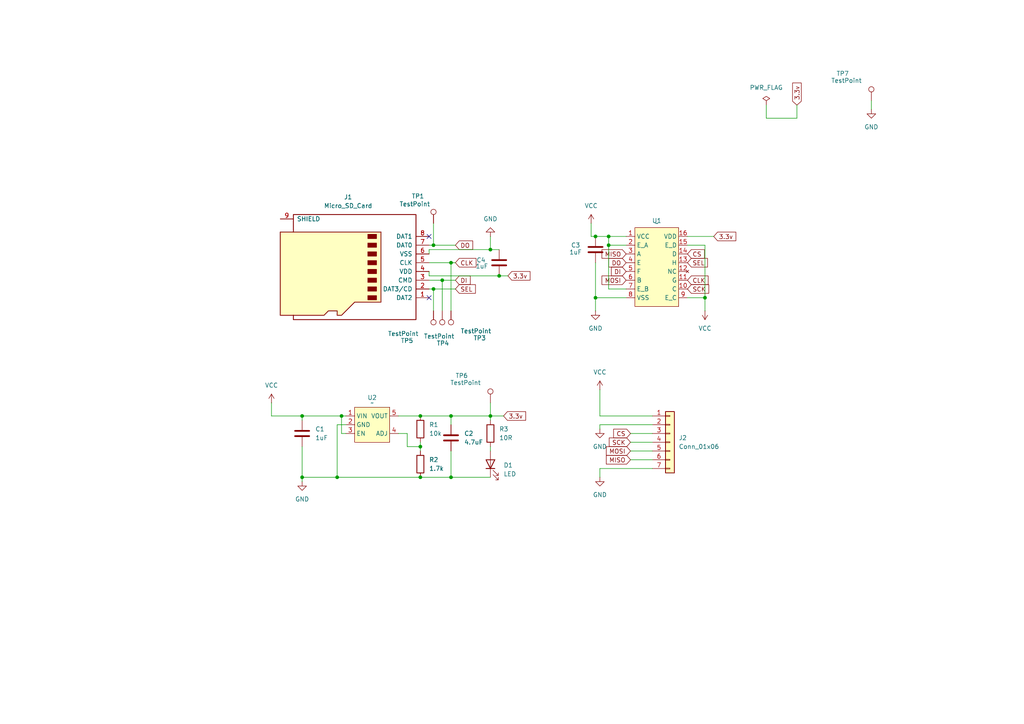
<source format=kicad_sch>
(kicad_sch
	(version 20231120)
	(generator "eeschema")
	(generator_version "8.0")
	(uuid "22020e4d-4953-4dea-8a65-6d40c48a624e")
	(paper "A4")
	(lib_symbols
		(symbol "Connector:Micro_SD_Card"
			(pin_names
				(offset 1.016)
			)
			(exclude_from_sim no)
			(in_bom yes)
			(on_board yes)
			(property "Reference" "J"
				(at -16.51 15.24 0)
				(effects
					(font
						(size 1.27 1.27)
					)
				)
			)
			(property "Value" "Micro_SD_Card"
				(at 16.51 15.24 0)
				(effects
					(font
						(size 1.27 1.27)
					)
					(justify right)
				)
			)
			(property "Footprint" ""
				(at 29.21 7.62 0)
				(effects
					(font
						(size 1.27 1.27)
					)
					(hide yes)
				)
			)
			(property "Datasheet" "http://katalog.we-online.de/em/datasheet/693072010801.pdf"
				(at 0 0 0)
				(effects
					(font
						(size 1.27 1.27)
					)
					(hide yes)
				)
			)
			(property "Description" "Micro SD Card Socket"
				(at 0 0 0)
				(effects
					(font
						(size 1.27 1.27)
					)
					(hide yes)
				)
			)
			(property "ki_keywords" "connector SD microsd"
				(at 0 0 0)
				(effects
					(font
						(size 1.27 1.27)
					)
					(hide yes)
				)
			)
			(property "ki_fp_filters" "microSD*"
				(at 0 0 0)
				(effects
					(font
						(size 1.27 1.27)
					)
					(hide yes)
				)
			)
			(symbol "Micro_SD_Card_0_1"
				(rectangle
					(start -7.62 -9.525)
					(end -5.08 -10.795)
					(stroke
						(width 0)
						(type default)
					)
					(fill
						(type outline)
					)
				)
				(rectangle
					(start -7.62 -6.985)
					(end -5.08 -8.255)
					(stroke
						(width 0)
						(type default)
					)
					(fill
						(type outline)
					)
				)
				(rectangle
					(start -7.62 -4.445)
					(end -5.08 -5.715)
					(stroke
						(width 0)
						(type default)
					)
					(fill
						(type outline)
					)
				)
				(rectangle
					(start -7.62 -1.905)
					(end -5.08 -3.175)
					(stroke
						(width 0)
						(type default)
					)
					(fill
						(type outline)
					)
				)
				(rectangle
					(start -7.62 0.635)
					(end -5.08 -0.635)
					(stroke
						(width 0)
						(type default)
					)
					(fill
						(type outline)
					)
				)
				(rectangle
					(start -7.62 3.175)
					(end -5.08 1.905)
					(stroke
						(width 0)
						(type default)
					)
					(fill
						(type outline)
					)
				)
				(rectangle
					(start -7.62 5.715)
					(end -5.08 4.445)
					(stroke
						(width 0)
						(type default)
					)
					(fill
						(type outline)
					)
				)
				(rectangle
					(start -7.62 8.255)
					(end -5.08 6.985)
					(stroke
						(width 0)
						(type default)
					)
					(fill
						(type outline)
					)
				)
				(polyline
					(pts
						(xy 16.51 12.7) (xy 16.51 13.97) (xy -19.05 13.97) (xy -19.05 -16.51) (xy 16.51 -16.51) (xy 16.51 -11.43)
					)
					(stroke
						(width 0.254)
						(type default)
					)
					(fill
						(type none)
					)
				)
				(polyline
					(pts
						(xy -8.89 -11.43) (xy -8.89 8.89) (xy -1.27 8.89) (xy 2.54 12.7) (xy 3.81 12.7) (xy 3.81 11.43)
						(xy 6.35 11.43) (xy 7.62 12.7) (xy 20.32 12.7) (xy 20.32 -11.43) (xy -8.89 -11.43)
					)
					(stroke
						(width 0.254)
						(type default)
					)
					(fill
						(type background)
					)
				)
			)
			(symbol "Micro_SD_Card_1_1"
				(pin bidirectional line
					(at -22.86 7.62 0)
					(length 3.81)
					(name "DAT2"
						(effects
							(font
								(size 1.27 1.27)
							)
						)
					)
					(number "1"
						(effects
							(font
								(size 1.27 1.27)
							)
						)
					)
				)
				(pin bidirectional line
					(at -22.86 5.08 0)
					(length 3.81)
					(name "DAT3/CD"
						(effects
							(font
								(size 1.27 1.27)
							)
						)
					)
					(number "2"
						(effects
							(font
								(size 1.27 1.27)
							)
						)
					)
				)
				(pin input line
					(at -22.86 2.54 0)
					(length 3.81)
					(name "CMD"
						(effects
							(font
								(size 1.27 1.27)
							)
						)
					)
					(number "3"
						(effects
							(font
								(size 1.27 1.27)
							)
						)
					)
				)
				(pin power_in line
					(at -22.86 0 0)
					(length 3.81)
					(name "VDD"
						(effects
							(font
								(size 1.27 1.27)
							)
						)
					)
					(number "4"
						(effects
							(font
								(size 1.27 1.27)
							)
						)
					)
				)
				(pin input line
					(at -22.86 -2.54 0)
					(length 3.81)
					(name "CLK"
						(effects
							(font
								(size 1.27 1.27)
							)
						)
					)
					(number "5"
						(effects
							(font
								(size 1.27 1.27)
							)
						)
					)
				)
				(pin power_in line
					(at -22.86 -5.08 0)
					(length 3.81)
					(name "VSS"
						(effects
							(font
								(size 1.27 1.27)
							)
						)
					)
					(number "6"
						(effects
							(font
								(size 1.27 1.27)
							)
						)
					)
				)
				(pin bidirectional line
					(at -22.86 -7.62 0)
					(length 3.81)
					(name "DAT0"
						(effects
							(font
								(size 1.27 1.27)
							)
						)
					)
					(number "7"
						(effects
							(font
								(size 1.27 1.27)
							)
						)
					)
				)
				(pin bidirectional line
					(at -22.86 -10.16 0)
					(length 3.81)
					(name "DAT1"
						(effects
							(font
								(size 1.27 1.27)
							)
						)
					)
					(number "8"
						(effects
							(font
								(size 1.27 1.27)
							)
						)
					)
				)
				(pin passive line
					(at 20.32 -15.24 180)
					(length 3.81)
					(name "SHIELD"
						(effects
							(font
								(size 1.27 1.27)
							)
						)
					)
					(number "9"
						(effects
							(font
								(size 1.27 1.27)
							)
						)
					)
				)
			)
		)
		(symbol "Connector:TestPoint"
			(pin_numbers hide)
			(pin_names
				(offset 0.762) hide)
			(exclude_from_sim no)
			(in_bom yes)
			(on_board yes)
			(property "Reference" "TP"
				(at 0 6.858 0)
				(effects
					(font
						(size 1.27 1.27)
					)
				)
			)
			(property "Value" "TestPoint"
				(at 0 5.08 0)
				(effects
					(font
						(size 1.27 1.27)
					)
				)
			)
			(property "Footprint" ""
				(at 5.08 0 0)
				(effects
					(font
						(size 1.27 1.27)
					)
					(hide yes)
				)
			)
			(property "Datasheet" "~"
				(at 5.08 0 0)
				(effects
					(font
						(size 1.27 1.27)
					)
					(hide yes)
				)
			)
			(property "Description" "test point"
				(at 0 0 0)
				(effects
					(font
						(size 1.27 1.27)
					)
					(hide yes)
				)
			)
			(property "ki_keywords" "test point tp"
				(at 0 0 0)
				(effects
					(font
						(size 1.27 1.27)
					)
					(hide yes)
				)
			)
			(property "ki_fp_filters" "Pin* Test*"
				(at 0 0 0)
				(effects
					(font
						(size 1.27 1.27)
					)
					(hide yes)
				)
			)
			(symbol "TestPoint_0_1"
				(circle
					(center 0 3.302)
					(radius 0.762)
					(stroke
						(width 0)
						(type default)
					)
					(fill
						(type none)
					)
				)
			)
			(symbol "TestPoint_1_1"
				(pin passive line
					(at 0 0 90)
					(length 2.54)
					(name "1"
						(effects
							(font
								(size 1.27 1.27)
							)
						)
					)
					(number "1"
						(effects
							(font
								(size 1.27 1.27)
							)
						)
					)
				)
			)
		)
		(symbol "Connector_Generic:Conn_01x07"
			(pin_names
				(offset 1.016) hide)
			(exclude_from_sim no)
			(in_bom yes)
			(on_board yes)
			(property "Reference" "J"
				(at 0 10.16 0)
				(effects
					(font
						(size 1.27 1.27)
					)
				)
			)
			(property "Value" "Conn_01x07"
				(at 0 -10.16 0)
				(effects
					(font
						(size 1.27 1.27)
					)
				)
			)
			(property "Footprint" ""
				(at 0 0 0)
				(effects
					(font
						(size 1.27 1.27)
					)
					(hide yes)
				)
			)
			(property "Datasheet" "~"
				(at 0 0 0)
				(effects
					(font
						(size 1.27 1.27)
					)
					(hide yes)
				)
			)
			(property "Description" "Generic connector, single row, 01x07, script generated (kicad-library-utils/schlib/autogen/connector/)"
				(at 0 0 0)
				(effects
					(font
						(size 1.27 1.27)
					)
					(hide yes)
				)
			)
			(property "ki_keywords" "connector"
				(at 0 0 0)
				(effects
					(font
						(size 1.27 1.27)
					)
					(hide yes)
				)
			)
			(property "ki_fp_filters" "Connector*:*_1x??_*"
				(at 0 0 0)
				(effects
					(font
						(size 1.27 1.27)
					)
					(hide yes)
				)
			)
			(symbol "Conn_01x07_1_1"
				(rectangle
					(start -1.27 -7.493)
					(end 0 -7.747)
					(stroke
						(width 0.1524)
						(type default)
					)
					(fill
						(type none)
					)
				)
				(rectangle
					(start -1.27 -4.953)
					(end 0 -5.207)
					(stroke
						(width 0.1524)
						(type default)
					)
					(fill
						(type none)
					)
				)
				(rectangle
					(start -1.27 -2.413)
					(end 0 -2.667)
					(stroke
						(width 0.1524)
						(type default)
					)
					(fill
						(type none)
					)
				)
				(rectangle
					(start -1.27 0.127)
					(end 0 -0.127)
					(stroke
						(width 0.1524)
						(type default)
					)
					(fill
						(type none)
					)
				)
				(rectangle
					(start -1.27 2.667)
					(end 0 2.413)
					(stroke
						(width 0.1524)
						(type default)
					)
					(fill
						(type none)
					)
				)
				(rectangle
					(start -1.27 5.207)
					(end 0 4.953)
					(stroke
						(width 0.1524)
						(type default)
					)
					(fill
						(type none)
					)
				)
				(rectangle
					(start -1.27 7.747)
					(end 0 7.493)
					(stroke
						(width 0.1524)
						(type default)
					)
					(fill
						(type none)
					)
				)
				(rectangle
					(start -1.27 8.89)
					(end 1.27 -8.89)
					(stroke
						(width 0.254)
						(type default)
					)
					(fill
						(type background)
					)
				)
				(pin passive line
					(at -5.08 7.62 0)
					(length 3.81)
					(name "Pin_1"
						(effects
							(font
								(size 1.27 1.27)
							)
						)
					)
					(number "1"
						(effects
							(font
								(size 1.27 1.27)
							)
						)
					)
				)
				(pin passive line
					(at -5.08 5.08 0)
					(length 3.81)
					(name "Pin_2"
						(effects
							(font
								(size 1.27 1.27)
							)
						)
					)
					(number "2"
						(effects
							(font
								(size 1.27 1.27)
							)
						)
					)
				)
				(pin passive line
					(at -5.08 2.54 0)
					(length 3.81)
					(name "Pin_3"
						(effects
							(font
								(size 1.27 1.27)
							)
						)
					)
					(number "3"
						(effects
							(font
								(size 1.27 1.27)
							)
						)
					)
				)
				(pin passive line
					(at -5.08 0 0)
					(length 3.81)
					(name "Pin_4"
						(effects
							(font
								(size 1.27 1.27)
							)
						)
					)
					(number "4"
						(effects
							(font
								(size 1.27 1.27)
							)
						)
					)
				)
				(pin passive line
					(at -5.08 -2.54 0)
					(length 3.81)
					(name "Pin_5"
						(effects
							(font
								(size 1.27 1.27)
							)
						)
					)
					(number "5"
						(effects
							(font
								(size 1.27 1.27)
							)
						)
					)
				)
				(pin passive line
					(at -5.08 -5.08 0)
					(length 3.81)
					(name "Pin_6"
						(effects
							(font
								(size 1.27 1.27)
							)
						)
					)
					(number "6"
						(effects
							(font
								(size 1.27 1.27)
							)
						)
					)
				)
				(pin passive line
					(at -5.08 -7.62 0)
					(length 3.81)
					(name "Pin_7"
						(effects
							(font
								(size 1.27 1.27)
							)
						)
					)
					(number "7"
						(effects
							(font
								(size 1.27 1.27)
							)
						)
					)
				)
			)
		)
		(symbol "Device:C"
			(pin_numbers hide)
			(pin_names
				(offset 0.254)
			)
			(exclude_from_sim no)
			(in_bom yes)
			(on_board yes)
			(property "Reference" "C"
				(at 0.635 2.54 0)
				(effects
					(font
						(size 1.27 1.27)
					)
					(justify left)
				)
			)
			(property "Value" "C"
				(at 0.635 -2.54 0)
				(effects
					(font
						(size 1.27 1.27)
					)
					(justify left)
				)
			)
			(property "Footprint" ""
				(at 0.9652 -3.81 0)
				(effects
					(font
						(size 1.27 1.27)
					)
					(hide yes)
				)
			)
			(property "Datasheet" "~"
				(at 0 0 0)
				(effects
					(font
						(size 1.27 1.27)
					)
					(hide yes)
				)
			)
			(property "Description" "Unpolarized capacitor"
				(at 0 0 0)
				(effects
					(font
						(size 1.27 1.27)
					)
					(hide yes)
				)
			)
			(property "ki_keywords" "cap capacitor"
				(at 0 0 0)
				(effects
					(font
						(size 1.27 1.27)
					)
					(hide yes)
				)
			)
			(property "ki_fp_filters" "C_*"
				(at 0 0 0)
				(effects
					(font
						(size 1.27 1.27)
					)
					(hide yes)
				)
			)
			(symbol "C_0_1"
				(polyline
					(pts
						(xy -2.032 -0.762) (xy 2.032 -0.762)
					)
					(stroke
						(width 0.508)
						(type default)
					)
					(fill
						(type none)
					)
				)
				(polyline
					(pts
						(xy -2.032 0.762) (xy 2.032 0.762)
					)
					(stroke
						(width 0.508)
						(type default)
					)
					(fill
						(type none)
					)
				)
			)
			(symbol "C_1_1"
				(pin passive line
					(at 0 3.81 270)
					(length 2.794)
					(name "~"
						(effects
							(font
								(size 1.27 1.27)
							)
						)
					)
					(number "1"
						(effects
							(font
								(size 1.27 1.27)
							)
						)
					)
				)
				(pin passive line
					(at 0 -3.81 90)
					(length 2.794)
					(name "~"
						(effects
							(font
								(size 1.27 1.27)
							)
						)
					)
					(number "2"
						(effects
							(font
								(size 1.27 1.27)
							)
						)
					)
				)
			)
		)
		(symbol "Device:LED"
			(pin_numbers hide)
			(pin_names
				(offset 1.016) hide)
			(exclude_from_sim no)
			(in_bom yes)
			(on_board yes)
			(property "Reference" "D"
				(at 0 2.54 0)
				(effects
					(font
						(size 1.27 1.27)
					)
				)
			)
			(property "Value" "LED"
				(at 0 -2.54 0)
				(effects
					(font
						(size 1.27 1.27)
					)
				)
			)
			(property "Footprint" ""
				(at 0 0 0)
				(effects
					(font
						(size 1.27 1.27)
					)
					(hide yes)
				)
			)
			(property "Datasheet" "~"
				(at 0 0 0)
				(effects
					(font
						(size 1.27 1.27)
					)
					(hide yes)
				)
			)
			(property "Description" "Light emitting diode"
				(at 0 0 0)
				(effects
					(font
						(size 1.27 1.27)
					)
					(hide yes)
				)
			)
			(property "ki_keywords" "LED diode"
				(at 0 0 0)
				(effects
					(font
						(size 1.27 1.27)
					)
					(hide yes)
				)
			)
			(property "ki_fp_filters" "LED* LED_SMD:* LED_THT:*"
				(at 0 0 0)
				(effects
					(font
						(size 1.27 1.27)
					)
					(hide yes)
				)
			)
			(symbol "LED_0_1"
				(polyline
					(pts
						(xy -1.27 -1.27) (xy -1.27 1.27)
					)
					(stroke
						(width 0.254)
						(type default)
					)
					(fill
						(type none)
					)
				)
				(polyline
					(pts
						(xy -1.27 0) (xy 1.27 0)
					)
					(stroke
						(width 0)
						(type default)
					)
					(fill
						(type none)
					)
				)
				(polyline
					(pts
						(xy 1.27 -1.27) (xy 1.27 1.27) (xy -1.27 0) (xy 1.27 -1.27)
					)
					(stroke
						(width 0.254)
						(type default)
					)
					(fill
						(type none)
					)
				)
				(polyline
					(pts
						(xy -3.048 -0.762) (xy -4.572 -2.286) (xy -3.81 -2.286) (xy -4.572 -2.286) (xy -4.572 -1.524)
					)
					(stroke
						(width 0)
						(type default)
					)
					(fill
						(type none)
					)
				)
				(polyline
					(pts
						(xy -1.778 -0.762) (xy -3.302 -2.286) (xy -2.54 -2.286) (xy -3.302 -2.286) (xy -3.302 -1.524)
					)
					(stroke
						(width 0)
						(type default)
					)
					(fill
						(type none)
					)
				)
			)
			(symbol "LED_1_1"
				(pin passive line
					(at -3.81 0 0)
					(length 2.54)
					(name "K"
						(effects
							(font
								(size 1.27 1.27)
							)
						)
					)
					(number "1"
						(effects
							(font
								(size 1.27 1.27)
							)
						)
					)
				)
				(pin passive line
					(at 3.81 0 180)
					(length 2.54)
					(name "A"
						(effects
							(font
								(size 1.27 1.27)
							)
						)
					)
					(number "2"
						(effects
							(font
								(size 1.27 1.27)
							)
						)
					)
				)
			)
		)
		(symbol "Device:R"
			(pin_numbers hide)
			(pin_names
				(offset 0)
			)
			(exclude_from_sim no)
			(in_bom yes)
			(on_board yes)
			(property "Reference" "R"
				(at 2.032 0 90)
				(effects
					(font
						(size 1.27 1.27)
					)
				)
			)
			(property "Value" "R"
				(at 0 0 90)
				(effects
					(font
						(size 1.27 1.27)
					)
				)
			)
			(property "Footprint" ""
				(at -1.778 0 90)
				(effects
					(font
						(size 1.27 1.27)
					)
					(hide yes)
				)
			)
			(property "Datasheet" "~"
				(at 0 0 0)
				(effects
					(font
						(size 1.27 1.27)
					)
					(hide yes)
				)
			)
			(property "Description" "Resistor"
				(at 0 0 0)
				(effects
					(font
						(size 1.27 1.27)
					)
					(hide yes)
				)
			)
			(property "ki_keywords" "R res resistor"
				(at 0 0 0)
				(effects
					(font
						(size 1.27 1.27)
					)
					(hide yes)
				)
			)
			(property "ki_fp_filters" "R_*"
				(at 0 0 0)
				(effects
					(font
						(size 1.27 1.27)
					)
					(hide yes)
				)
			)
			(symbol "R_0_1"
				(rectangle
					(start -1.016 -2.54)
					(end 1.016 2.54)
					(stroke
						(width 0.254)
						(type default)
					)
					(fill
						(type none)
					)
				)
			)
			(symbol "R_1_1"
				(pin passive line
					(at 0 3.81 270)
					(length 1.27)
					(name "~"
						(effects
							(font
								(size 1.27 1.27)
							)
						)
					)
					(number "1"
						(effects
							(font
								(size 1.27 1.27)
							)
						)
					)
				)
				(pin passive line
					(at 0 -3.81 90)
					(length 1.27)
					(name "~"
						(effects
							(font
								(size 1.27 1.27)
							)
						)
					)
					(number "2"
						(effects
							(font
								(size 1.27 1.27)
							)
						)
					)
				)
			)
		)
		(symbol "SD_P_parts:ADP123"
			(exclude_from_sim no)
			(in_bom yes)
			(on_board yes)
			(property "Reference" "U"
				(at 0 6.858 0)
				(effects
					(font
						(size 1.27 1.27)
					)
				)
			)
			(property "Value" ""
				(at 0 0 0)
				(effects
					(font
						(size 1.27 1.27)
					)
				)
			)
			(property "Footprint" ""
				(at 0 0 0)
				(effects
					(font
						(size 1.27 1.27)
					)
					(hide yes)
				)
			)
			(property "Datasheet" ""
				(at 0 0 0)
				(effects
					(font
						(size 1.27 1.27)
					)
					(hide yes)
				)
			)
			(property "Description" ""
				(at 0 0 0)
				(effects
					(font
						(size 1.27 1.27)
					)
					(hide yes)
				)
			)
			(symbol "ADP123_1_1"
				(rectangle
					(start -5.08 5.08)
					(end 5.08 -5.08)
					(stroke
						(width 0)
						(type default)
					)
					(fill
						(type background)
					)
				)
				(pin power_in line
					(at -7.62 2.54 0)
					(length 2.54)
					(name "VIN"
						(effects
							(font
								(size 1.27 1.27)
							)
						)
					)
					(number "1"
						(effects
							(font
								(size 1.27 1.27)
							)
						)
					)
				)
				(pin power_out line
					(at -7.62 0 0)
					(length 2.54)
					(name "GND"
						(effects
							(font
								(size 1.27 1.27)
							)
						)
					)
					(number "2"
						(effects
							(font
								(size 1.27 1.27)
							)
						)
					)
				)
				(pin input line
					(at -7.62 -2.54 0)
					(length 2.54)
					(name "EN"
						(effects
							(font
								(size 1.27 1.27)
							)
						)
					)
					(number "3"
						(effects
							(font
								(size 1.27 1.27)
							)
						)
					)
				)
				(pin output line
					(at 7.62 -2.54 180)
					(length 2.54)
					(name "ADJ"
						(effects
							(font
								(size 1.27 1.27)
							)
						)
					)
					(number "4"
						(effects
							(font
								(size 1.27 1.27)
							)
						)
					)
				)
				(pin output line
					(at 7.62 2.54 180)
					(length 2.54)
					(name "VOUT"
						(effects
							(font
								(size 1.27 1.27)
							)
						)
					)
					(number "5"
						(effects
							(font
								(size 1.27 1.27)
							)
						)
					)
				)
			)
		)
		(symbol "SD_P_parts:CD40109B"
			(exclude_from_sim no)
			(in_bom yes)
			(on_board yes)
			(property "Reference" "U"
				(at 0 7.62 0)
				(effects
					(font
						(size 1.27 1.27)
					)
				)
			)
			(property "Value" ""
				(at 0 0 0)
				(effects
					(font
						(size 1.27 1.27)
					)
				)
			)
			(property "Footprint" ""
				(at 0 0 0)
				(effects
					(font
						(size 1.27 1.27)
					)
					(hide yes)
				)
			)
			(property "Datasheet" ""
				(at 0 0 0)
				(effects
					(font
						(size 1.27 1.27)
					)
					(hide yes)
				)
			)
			(property "Description" ""
				(at 0 0 0)
				(effects
					(font
						(size 1.27 1.27)
					)
					(hide yes)
				)
			)
			(symbol "CD40109B_1_1"
				(rectangle
					(start -6.35 6.35)
					(end 6.35 -16.51)
					(stroke
						(width 0)
						(type default)
					)
					(fill
						(type background)
					)
				)
				(pin power_in line
					(at -8.89 3.81 0)
					(length 2.54)
					(name "VCC"
						(effects
							(font
								(size 1.27 1.27)
							)
						)
					)
					(number "1"
						(effects
							(font
								(size 1.27 1.27)
							)
						)
					)
				)
				(pin input line
					(at 8.89 -11.43 180)
					(length 2.54)
					(name "C"
						(effects
							(font
								(size 1.27 1.27)
							)
						)
					)
					(number "10"
						(effects
							(font
								(size 1.27 1.27)
							)
						)
					)
				)
				(pin output line
					(at 8.89 -8.89 180)
					(length 2.54)
					(name "G"
						(effects
							(font
								(size 1.27 1.27)
							)
						)
					)
					(number "11"
						(effects
							(font
								(size 1.27 1.27)
							)
						)
					)
				)
				(pin no_connect line
					(at 8.89 -6.35 180)
					(length 2.54)
					(name "NC"
						(effects
							(font
								(size 1.27 1.27)
							)
						)
					)
					(number "12"
						(effects
							(font
								(size 1.27 1.27)
							)
						)
					)
				)
				(pin input line
					(at 8.89 -3.81 180)
					(length 2.54)
					(name "H"
						(effects
							(font
								(size 1.27 1.27)
							)
						)
					)
					(number "13"
						(effects
							(font
								(size 1.27 1.27)
							)
						)
					)
				)
				(pin input line
					(at 8.89 -1.27 180)
					(length 2.54)
					(name "D"
						(effects
							(font
								(size 1.27 1.27)
							)
						)
					)
					(number "14"
						(effects
							(font
								(size 1.27 1.27)
							)
						)
					)
				)
				(pin input line
					(at 8.89 1.27 180)
					(length 2.54)
					(name "E_D"
						(effects
							(font
								(size 1.27 1.27)
							)
						)
					)
					(number "15"
						(effects
							(font
								(size 1.27 1.27)
							)
						)
					)
				)
				(pin power_in line
					(at 8.89 3.81 180)
					(length 2.54)
					(name "VDD"
						(effects
							(font
								(size 1.27 1.27)
							)
						)
					)
					(number "16"
						(effects
							(font
								(size 1.27 1.27)
							)
						)
					)
				)
				(pin input line
					(at -8.89 1.27 0)
					(length 2.54)
					(name "E_A"
						(effects
							(font
								(size 1.27 1.27)
							)
						)
					)
					(number "2"
						(effects
							(font
								(size 1.27 1.27)
							)
						)
					)
				)
				(pin input line
					(at -8.89 -1.27 0)
					(length 2.54)
					(name "A"
						(effects
							(font
								(size 1.27 1.27)
							)
						)
					)
					(number "3"
						(effects
							(font
								(size 1.27 1.27)
							)
						)
					)
				)
				(pin output line
					(at -8.89 -3.81 0)
					(length 2.54)
					(name "E"
						(effects
							(font
								(size 1.27 1.27)
							)
						)
					)
					(number "4"
						(effects
							(font
								(size 1.27 1.27)
							)
						)
					)
				)
				(pin output line
					(at -8.89 -6.35 0)
					(length 2.54)
					(name "F"
						(effects
							(font
								(size 1.27 1.27)
							)
						)
					)
					(number "5"
						(effects
							(font
								(size 1.27 1.27)
							)
						)
					)
				)
				(pin input line
					(at -8.89 -8.89 0)
					(length 2.54)
					(name "B"
						(effects
							(font
								(size 1.27 1.27)
							)
						)
					)
					(number "6"
						(effects
							(font
								(size 1.27 1.27)
							)
						)
					)
				)
				(pin input line
					(at -8.89 -11.43 0)
					(length 2.54)
					(name "E_B"
						(effects
							(font
								(size 1.27 1.27)
							)
						)
					)
					(number "7"
						(effects
							(font
								(size 1.27 1.27)
							)
						)
					)
				)
				(pin power_out line
					(at -8.89 -13.97 0)
					(length 2.54)
					(name "VSS"
						(effects
							(font
								(size 1.27 1.27)
							)
						)
					)
					(number "8"
						(effects
							(font
								(size 1.27 1.27)
							)
						)
					)
				)
				(pin input line
					(at 8.89 -13.97 180)
					(length 2.54)
					(name "E_C"
						(effects
							(font
								(size 1.27 1.27)
							)
						)
					)
					(number "9"
						(effects
							(font
								(size 1.27 1.27)
							)
						)
					)
				)
			)
		)
		(symbol "power:GND"
			(power)
			(pin_numbers hide)
			(pin_names
				(offset 0) hide)
			(exclude_from_sim no)
			(in_bom yes)
			(on_board yes)
			(property "Reference" "#PWR"
				(at 0 -6.35 0)
				(effects
					(font
						(size 1.27 1.27)
					)
					(hide yes)
				)
			)
			(property "Value" "GND"
				(at 0 -3.81 0)
				(effects
					(font
						(size 1.27 1.27)
					)
				)
			)
			(property "Footprint" ""
				(at 0 0 0)
				(effects
					(font
						(size 1.27 1.27)
					)
					(hide yes)
				)
			)
			(property "Datasheet" ""
				(at 0 0 0)
				(effects
					(font
						(size 1.27 1.27)
					)
					(hide yes)
				)
			)
			(property "Description" "Power symbol creates a global label with name \"GND\" , ground"
				(at 0 0 0)
				(effects
					(font
						(size 1.27 1.27)
					)
					(hide yes)
				)
			)
			(property "ki_keywords" "global power"
				(at 0 0 0)
				(effects
					(font
						(size 1.27 1.27)
					)
					(hide yes)
				)
			)
			(symbol "GND_0_1"
				(polyline
					(pts
						(xy 0 0) (xy 0 -1.27) (xy 1.27 -1.27) (xy 0 -2.54) (xy -1.27 -1.27) (xy 0 -1.27)
					)
					(stroke
						(width 0)
						(type default)
					)
					(fill
						(type none)
					)
				)
			)
			(symbol "GND_1_1"
				(pin power_in line
					(at 0 0 270)
					(length 0)
					(name "~"
						(effects
							(font
								(size 1.27 1.27)
							)
						)
					)
					(number "1"
						(effects
							(font
								(size 1.27 1.27)
							)
						)
					)
				)
			)
		)
		(symbol "power:PWR_FLAG"
			(power)
			(pin_numbers hide)
			(pin_names
				(offset 0) hide)
			(exclude_from_sim no)
			(in_bom yes)
			(on_board yes)
			(property "Reference" "#FLG"
				(at 0 1.905 0)
				(effects
					(font
						(size 1.27 1.27)
					)
					(hide yes)
				)
			)
			(property "Value" "PWR_FLAG"
				(at 0 3.81 0)
				(effects
					(font
						(size 1.27 1.27)
					)
				)
			)
			(property "Footprint" ""
				(at 0 0 0)
				(effects
					(font
						(size 1.27 1.27)
					)
					(hide yes)
				)
			)
			(property "Datasheet" "~"
				(at 0 0 0)
				(effects
					(font
						(size 1.27 1.27)
					)
					(hide yes)
				)
			)
			(property "Description" "Special symbol for telling ERC where power comes from"
				(at 0 0 0)
				(effects
					(font
						(size 1.27 1.27)
					)
					(hide yes)
				)
			)
			(property "ki_keywords" "flag power"
				(at 0 0 0)
				(effects
					(font
						(size 1.27 1.27)
					)
					(hide yes)
				)
			)
			(symbol "PWR_FLAG_0_0"
				(pin power_out line
					(at 0 0 90)
					(length 0)
					(name "~"
						(effects
							(font
								(size 1.27 1.27)
							)
						)
					)
					(number "1"
						(effects
							(font
								(size 1.27 1.27)
							)
						)
					)
				)
			)
			(symbol "PWR_FLAG_0_1"
				(polyline
					(pts
						(xy 0 0) (xy 0 1.27) (xy -1.016 1.905) (xy 0 2.54) (xy 1.016 1.905) (xy 0 1.27)
					)
					(stroke
						(width 0)
						(type default)
					)
					(fill
						(type none)
					)
				)
			)
		)
		(symbol "power:VCC"
			(power)
			(pin_numbers hide)
			(pin_names
				(offset 0) hide)
			(exclude_from_sim no)
			(in_bom yes)
			(on_board yes)
			(property "Reference" "#PWR"
				(at 0 -3.81 0)
				(effects
					(font
						(size 1.27 1.27)
					)
					(hide yes)
				)
			)
			(property "Value" "VCC"
				(at 0 3.556 0)
				(effects
					(font
						(size 1.27 1.27)
					)
				)
			)
			(property "Footprint" ""
				(at 0 0 0)
				(effects
					(font
						(size 1.27 1.27)
					)
					(hide yes)
				)
			)
			(property "Datasheet" ""
				(at 0 0 0)
				(effects
					(font
						(size 1.27 1.27)
					)
					(hide yes)
				)
			)
			(property "Description" "Power symbol creates a global label with name \"VCC\""
				(at 0 0 0)
				(effects
					(font
						(size 1.27 1.27)
					)
					(hide yes)
				)
			)
			(property "ki_keywords" "global power"
				(at 0 0 0)
				(effects
					(font
						(size 1.27 1.27)
					)
					(hide yes)
				)
			)
			(symbol "VCC_0_1"
				(polyline
					(pts
						(xy -0.762 1.27) (xy 0 2.54)
					)
					(stroke
						(width 0)
						(type default)
					)
					(fill
						(type none)
					)
				)
				(polyline
					(pts
						(xy 0 0) (xy 0 2.54)
					)
					(stroke
						(width 0)
						(type default)
					)
					(fill
						(type none)
					)
				)
				(polyline
					(pts
						(xy 0 2.54) (xy 0.762 1.27)
					)
					(stroke
						(width 0)
						(type default)
					)
					(fill
						(type none)
					)
				)
			)
			(symbol "VCC_1_1"
				(pin power_in line
					(at 0 0 90)
					(length 0)
					(name "~"
						(effects
							(font
								(size 1.27 1.27)
							)
						)
					)
					(number "1"
						(effects
							(font
								(size 1.27 1.27)
							)
						)
					)
				)
			)
		)
	)
	(junction
		(at 144.78 80.01)
		(diameter 0)
		(color 0 0 0 0)
		(uuid "0392d612-8cc8-49fa-8165-d1668d3827fb")
	)
	(junction
		(at 172.72 68.58)
		(diameter 0)
		(color 0 0 0 0)
		(uuid "111a85bd-ab69-4739-a901-ce6473a129c3")
	)
	(junction
		(at 172.72 86.36)
		(diameter 0)
		(color 0 0 0 0)
		(uuid "172343f2-00f1-4b58-b674-a5f3b14115e2")
	)
	(junction
		(at 142.24 72.39)
		(diameter 0)
		(color 0 0 0 0)
		(uuid "18ea6867-246d-4248-8093-b5b3a063621a")
	)
	(junction
		(at 142.24 120.65)
		(diameter 0)
		(color 0 0 0 0)
		(uuid "1eb91e56-c22b-4a53-8475-d112130baf76")
	)
	(junction
		(at 121.92 129.54)
		(diameter 0)
		(color 0 0 0 0)
		(uuid "48a9bb85-ab32-4725-ac66-43787b5b5668")
	)
	(junction
		(at 176.53 71.12)
		(diameter 0)
		(color 0 0 0 0)
		(uuid "5294f7e0-3773-4a57-93be-af11bbef6048")
	)
	(junction
		(at 125.73 83.82)
		(diameter 0)
		(color 0 0 0 0)
		(uuid "577cf300-5b8e-4fad-8070-c7ed2a3118fc")
	)
	(junction
		(at 87.63 120.65)
		(diameter 0)
		(color 0 0 0 0)
		(uuid "6e745ff6-fb5c-48b4-9ded-a0d7607b683b")
	)
	(junction
		(at 130.81 120.65)
		(diameter 0)
		(color 0 0 0 0)
		(uuid "8200d3ec-d1c3-4910-99e7-1ea1a38ed9fc")
	)
	(junction
		(at 130.81 138.43)
		(diameter 0)
		(color 0 0 0 0)
		(uuid "88d8176f-2a29-4d23-a97b-2842ee7f3735")
	)
	(junction
		(at 99.06 120.65)
		(diameter 0)
		(color 0 0 0 0)
		(uuid "91ac7cdb-db2d-4a64-a717-9346108139d9")
	)
	(junction
		(at 87.63 138.43)
		(diameter 0)
		(color 0 0 0 0)
		(uuid "93384ed9-5440-4c53-83ee-ebece6854589")
	)
	(junction
		(at 130.81 76.2)
		(diameter 0)
		(color 0 0 0 0)
		(uuid "96a7e9c0-7923-4045-85a8-5941005d0d42")
	)
	(junction
		(at 204.47 86.36)
		(diameter 0)
		(color 0 0 0 0)
		(uuid "a1141a3e-961b-417e-a08c-5716e0049f4b")
	)
	(junction
		(at 97.79 138.43)
		(diameter 0)
		(color 0 0 0 0)
		(uuid "b5d48e08-4944-468f-9fca-d1a83dbda14c")
	)
	(junction
		(at 128.27 81.28)
		(diameter 0)
		(color 0 0 0 0)
		(uuid "c044278f-f1f3-4424-bbe3-87aeb6b7c625")
	)
	(junction
		(at 121.92 120.65)
		(diameter 0)
		(color 0 0 0 0)
		(uuid "c7f42743-5d80-4391-86ed-fd599fae9ca7")
	)
	(junction
		(at 125.73 71.12)
		(diameter 0)
		(color 0 0 0 0)
		(uuid "d1cdcd07-abd3-4d47-8bc4-b7a314f7ef7b")
	)
	(junction
		(at 176.53 68.58)
		(diameter 0)
		(color 0 0 0 0)
		(uuid "e8f3e217-474a-44cb-899a-f4b14c3daf60")
	)
	(junction
		(at 121.92 138.43)
		(diameter 0)
		(color 0 0 0 0)
		(uuid "fe2dcdd8-2e3e-4b17-ba74-6e631250736a")
	)
	(no_connect
		(at 124.46 86.36)
		(uuid "5c4019ed-cf68-4fbc-b92b-814e55c4c104")
	)
	(no_connect
		(at 124.46 68.58)
		(uuid "fbc5438d-9475-4f60-ac8a-9bf330e17e6d")
	)
	(wire
		(pts
			(xy 124.46 76.2) (xy 130.81 76.2)
		)
		(stroke
			(width 0)
			(type default)
		)
		(uuid "00fc4b72-f968-4886-a3cd-05fe1a3a6208")
	)
	(wire
		(pts
			(xy 132.08 76.2) (xy 130.81 76.2)
		)
		(stroke
			(width 0)
			(type default)
		)
		(uuid "0735b2e2-76eb-46c1-9e75-fd59009f69fb")
	)
	(wire
		(pts
			(xy 142.24 129.54) (xy 142.24 130.81)
		)
		(stroke
			(width 0)
			(type default)
		)
		(uuid "0a3173fb-b784-4c5c-9972-4c245237a88a")
	)
	(wire
		(pts
			(xy 231.14 34.29) (xy 231.14 30.48)
		)
		(stroke
			(width 0)
			(type default)
		)
		(uuid "0c5b96ad-e906-4dff-9991-c8a2cfdc4a53")
	)
	(wire
		(pts
			(xy 144.78 72.39) (xy 142.24 72.39)
		)
		(stroke
			(width 0)
			(type default)
		)
		(uuid "106e1cea-f621-40c2-b37e-2a5b547c9d99")
	)
	(wire
		(pts
			(xy 182.88 133.35) (xy 189.23 133.35)
		)
		(stroke
			(width 0)
			(type default)
		)
		(uuid "13f78e1e-9b1d-4b38-9d08-d9b424b92958")
	)
	(wire
		(pts
			(xy 142.24 116.84) (xy 142.24 120.65)
		)
		(stroke
			(width 0)
			(type default)
		)
		(uuid "15c01ec0-ca2c-4ba1-bf8f-fa3c15dd2e5a")
	)
	(wire
		(pts
			(xy 132.08 71.12) (xy 125.73 71.12)
		)
		(stroke
			(width 0)
			(type default)
		)
		(uuid "1efbc4c4-879c-4aa8-bff7-6f20ad6b6afd")
	)
	(wire
		(pts
			(xy 87.63 138.43) (xy 97.79 138.43)
		)
		(stroke
			(width 0)
			(type default)
		)
		(uuid "236c507c-d6f2-4744-8e20-3cbdd941eb26")
	)
	(wire
		(pts
			(xy 118.11 125.73) (xy 118.11 129.54)
		)
		(stroke
			(width 0)
			(type default)
		)
		(uuid "25c78f66-135d-4cf4-9c99-f0530a1f3f05")
	)
	(wire
		(pts
			(xy 222.25 30.48) (xy 222.25 34.29)
		)
		(stroke
			(width 0)
			(type default)
		)
		(uuid "26844b98-1fa5-4700-980a-1cb277673b05")
	)
	(wire
		(pts
			(xy 176.53 83.82) (xy 176.53 71.12)
		)
		(stroke
			(width 0)
			(type default)
		)
		(uuid "282e03c3-0f0c-40eb-9056-4cc37ef257ea")
	)
	(wire
		(pts
			(xy 171.45 64.77) (xy 171.45 68.58)
		)
		(stroke
			(width 0)
			(type default)
		)
		(uuid "2fe49819-1c56-4e69-b036-ab82d9a68e04")
	)
	(wire
		(pts
			(xy 144.78 80.01) (xy 147.32 80.01)
		)
		(stroke
			(width 0)
			(type default)
		)
		(uuid "30ee125e-ec50-4a7d-a752-efe0b726ede4")
	)
	(wire
		(pts
			(xy 87.63 139.7) (xy 87.63 138.43)
		)
		(stroke
			(width 0)
			(type default)
		)
		(uuid "350f9b45-5363-49ae-baf3-60549902f66b")
	)
	(wire
		(pts
			(xy 182.88 125.73) (xy 189.23 125.73)
		)
		(stroke
			(width 0)
			(type default)
		)
		(uuid "397ab9dd-35ab-4e4e-8815-5001e88e6d17")
	)
	(wire
		(pts
			(xy 130.81 120.65) (xy 121.92 120.65)
		)
		(stroke
			(width 0)
			(type default)
		)
		(uuid "39f3fa42-b74c-42eb-8634-df5060c976c5")
	)
	(wire
		(pts
			(xy 130.81 76.2) (xy 130.81 90.17)
		)
		(stroke
			(width 0)
			(type default)
		)
		(uuid "3a267f06-680c-42e1-8807-88c23f513004")
	)
	(wire
		(pts
			(xy 222.25 34.29) (xy 231.14 34.29)
		)
		(stroke
			(width 0)
			(type default)
		)
		(uuid "3b581f2d-01cb-4e24-b9e4-f696ccc31d4a")
	)
	(wire
		(pts
			(xy 121.92 138.43) (xy 97.79 138.43)
		)
		(stroke
			(width 0)
			(type default)
		)
		(uuid "3bf3f3ed-8be8-4bfe-a178-c56163222d03")
	)
	(wire
		(pts
			(xy 125.73 71.12) (xy 124.46 71.12)
		)
		(stroke
			(width 0)
			(type default)
		)
		(uuid "3dfb58b2-025b-4e9a-9621-709e76a0d751")
	)
	(wire
		(pts
			(xy 176.53 71.12) (xy 176.53 68.58)
		)
		(stroke
			(width 0)
			(type default)
		)
		(uuid "3edfb74a-cfba-4168-a130-1ea2971a1432")
	)
	(wire
		(pts
			(xy 115.57 120.65) (xy 121.92 120.65)
		)
		(stroke
			(width 0)
			(type default)
		)
		(uuid "405e5ff7-ea73-4d5c-a829-ef98d8a90c6d")
	)
	(wire
		(pts
			(xy 130.81 120.65) (xy 142.24 120.65)
		)
		(stroke
			(width 0)
			(type default)
		)
		(uuid "43bb3447-5dbd-413e-900f-0b580ae073cb")
	)
	(wire
		(pts
			(xy 173.99 120.65) (xy 189.23 120.65)
		)
		(stroke
			(width 0)
			(type default)
		)
		(uuid "44d1a689-6f16-457d-8a25-322b8846d53f")
	)
	(wire
		(pts
			(xy 124.46 72.39) (xy 142.24 72.39)
		)
		(stroke
			(width 0)
			(type default)
		)
		(uuid "457f1054-9dcc-4f85-9799-1870144f4129")
	)
	(wire
		(pts
			(xy 173.99 124.46) (xy 173.99 123.19)
		)
		(stroke
			(width 0)
			(type default)
		)
		(uuid "4675202a-825c-4fa9-8862-bf9d79a7fe56")
	)
	(wire
		(pts
			(xy 252.73 29.21) (xy 252.73 31.75)
		)
		(stroke
			(width 0)
			(type default)
		)
		(uuid "47734321-9a3a-4d98-b972-e043e25ae0fd")
	)
	(wire
		(pts
			(xy 199.39 86.36) (xy 204.47 86.36)
		)
		(stroke
			(width 0)
			(type default)
		)
		(uuid "4a4c6c59-3ce1-4235-83f6-e8fbe4825392")
	)
	(wire
		(pts
			(xy 99.06 120.65) (xy 100.33 120.65)
		)
		(stroke
			(width 0)
			(type default)
		)
		(uuid "4d09d7f5-5c15-4751-8c2f-5693ecf05da4")
	)
	(wire
		(pts
			(xy 99.06 125.73) (xy 99.06 120.65)
		)
		(stroke
			(width 0)
			(type default)
		)
		(uuid "518a5ef2-76b1-4849-aee1-79c718b6e843")
	)
	(wire
		(pts
			(xy 182.88 128.27) (xy 189.23 128.27)
		)
		(stroke
			(width 0)
			(type default)
		)
		(uuid "57798f1e-1f7e-4839-891b-46c738c1450c")
	)
	(wire
		(pts
			(xy 78.74 116.84) (xy 78.74 120.65)
		)
		(stroke
			(width 0)
			(type default)
		)
		(uuid "5a02b129-2b7e-4927-93e6-ce2069561fe1")
	)
	(wire
		(pts
			(xy 172.72 86.36) (xy 181.61 86.36)
		)
		(stroke
			(width 0)
			(type default)
		)
		(uuid "5e97361e-e5ba-45e7-b5eb-3439a74e4755")
	)
	(wire
		(pts
			(xy 125.73 64.77) (xy 125.73 71.12)
		)
		(stroke
			(width 0)
			(type default)
		)
		(uuid "60b27ac9-af67-4b36-ab67-2ad762e6a962")
	)
	(wire
		(pts
			(xy 125.73 83.82) (xy 125.73 90.17)
		)
		(stroke
			(width 0)
			(type default)
		)
		(uuid "6110e996-6f7b-4b5a-8b6b-99fe84375bee")
	)
	(wire
		(pts
			(xy 78.74 120.65) (xy 87.63 120.65)
		)
		(stroke
			(width 0)
			(type default)
		)
		(uuid "6219ddbd-49e5-47e5-bf7f-aa6a15769355")
	)
	(wire
		(pts
			(xy 142.24 138.43) (xy 130.81 138.43)
		)
		(stroke
			(width 0)
			(type default)
		)
		(uuid "64ee879e-6771-4bd4-8d2e-2ce2297f6ed3")
	)
	(wire
		(pts
			(xy 132.08 81.28) (xy 128.27 81.28)
		)
		(stroke
			(width 0)
			(type default)
		)
		(uuid "65b038ec-6a60-4301-a8b1-f76bdccbef93")
	)
	(wire
		(pts
			(xy 172.72 76.2) (xy 172.72 86.36)
		)
		(stroke
			(width 0)
			(type default)
		)
		(uuid "661e9198-9801-4434-ab82-16892c877ea6")
	)
	(wire
		(pts
			(xy 130.81 138.43) (xy 121.92 138.43)
		)
		(stroke
			(width 0)
			(type default)
		)
		(uuid "687f765e-38ba-4048-85cb-37c26b7bbd11")
	)
	(wire
		(pts
			(xy 172.72 68.58) (xy 176.53 68.58)
		)
		(stroke
			(width 0)
			(type default)
		)
		(uuid "6b9f2f3a-664c-4663-886f-e2923802d162")
	)
	(wire
		(pts
			(xy 128.27 81.28) (xy 124.46 81.28)
		)
		(stroke
			(width 0)
			(type default)
		)
		(uuid "7452f55b-889f-46a3-a1ca-fac3ed03b48f")
	)
	(wire
		(pts
			(xy 199.39 71.12) (xy 204.47 71.12)
		)
		(stroke
			(width 0)
			(type default)
		)
		(uuid "749ec44c-57e0-47c9-8103-34cdbecb86da")
	)
	(wire
		(pts
			(xy 182.88 130.81) (xy 189.23 130.81)
		)
		(stroke
			(width 0)
			(type default)
		)
		(uuid "759e8895-f591-4b32-8bb7-6850baf47cc6")
	)
	(wire
		(pts
			(xy 130.81 123.19) (xy 130.81 120.65)
		)
		(stroke
			(width 0)
			(type default)
		)
		(uuid "7c5a113a-fcb7-41b7-a55c-6ebf32b1e5d0")
	)
	(wire
		(pts
			(xy 176.53 71.12) (xy 181.61 71.12)
		)
		(stroke
			(width 0)
			(type default)
		)
		(uuid "7c6476a3-6d2f-47c2-9fbd-888257460cb0")
	)
	(wire
		(pts
			(xy 87.63 129.54) (xy 87.63 138.43)
		)
		(stroke
			(width 0)
			(type default)
		)
		(uuid "868a878d-4984-426f-aae7-293ca22ee1d1")
	)
	(wire
		(pts
			(xy 87.63 121.92) (xy 87.63 120.65)
		)
		(stroke
			(width 0)
			(type default)
		)
		(uuid "8ad4269d-6060-48d8-9898-3807a61bb829")
	)
	(wire
		(pts
			(xy 118.11 129.54) (xy 121.92 129.54)
		)
		(stroke
			(width 0)
			(type default)
		)
		(uuid "8bb2e41e-aad1-4f76-a91b-44b6713202ed")
	)
	(wire
		(pts
			(xy 121.92 128.27) (xy 121.92 129.54)
		)
		(stroke
			(width 0)
			(type default)
		)
		(uuid "8dfaecc0-261d-420c-a4dc-a593af88dee3")
	)
	(wire
		(pts
			(xy 173.99 138.43) (xy 173.99 135.89)
		)
		(stroke
			(width 0)
			(type default)
		)
		(uuid "96920dc7-e967-4551-b788-8bac8b213ec9")
	)
	(wire
		(pts
			(xy 176.53 68.58) (xy 181.61 68.58)
		)
		(stroke
			(width 0)
			(type default)
		)
		(uuid "97f71675-f7fb-42b9-b55d-a82c28c93aae")
	)
	(wire
		(pts
			(xy 199.39 68.58) (xy 207.01 68.58)
		)
		(stroke
			(width 0)
			(type default)
		)
		(uuid "98d9b7ee-bc89-4fe5-a425-ae5d9ad9d66b")
	)
	(wire
		(pts
			(xy 100.33 125.73) (xy 99.06 125.73)
		)
		(stroke
			(width 0)
			(type default)
		)
		(uuid "9c0d0327-adac-4c22-9adc-56f8fb84f8d7")
	)
	(wire
		(pts
			(xy 171.45 68.58) (xy 172.72 68.58)
		)
		(stroke
			(width 0)
			(type default)
		)
		(uuid "a22d703b-7f39-4eb4-bd97-499108b6da08")
	)
	(wire
		(pts
			(xy 142.24 120.65) (xy 146.05 120.65)
		)
		(stroke
			(width 0)
			(type default)
		)
		(uuid "a2d0e158-60a1-43c0-a269-001516ad5424")
	)
	(wire
		(pts
			(xy 97.79 123.19) (xy 97.79 138.43)
		)
		(stroke
			(width 0)
			(type default)
		)
		(uuid "a907ba87-b80a-4f99-bb12-459e744740be")
	)
	(wire
		(pts
			(xy 115.57 125.73) (xy 118.11 125.73)
		)
		(stroke
			(width 0)
			(type default)
		)
		(uuid "a982c0ee-2cf4-42c9-a892-1aba98a6d932")
	)
	(wire
		(pts
			(xy 132.08 83.82) (xy 125.73 83.82)
		)
		(stroke
			(width 0)
			(type default)
		)
		(uuid "aac55a4c-f45d-4f3b-a190-2b4b259cf7c3")
	)
	(wire
		(pts
			(xy 130.81 130.81) (xy 130.81 138.43)
		)
		(stroke
			(width 0)
			(type default)
		)
		(uuid "ac1cc136-700f-4ce7-80e9-92d76c6b798f")
	)
	(wire
		(pts
			(xy 173.99 113.03) (xy 173.99 120.65)
		)
		(stroke
			(width 0)
			(type default)
		)
		(uuid "b3df1998-9ebd-4f6f-9274-93f0fba5d24b")
	)
	(wire
		(pts
			(xy 142.24 68.58) (xy 142.24 72.39)
		)
		(stroke
			(width 0)
			(type default)
		)
		(uuid "b4107da6-e90e-4a95-af25-48b897d5f66a")
	)
	(wire
		(pts
			(xy 204.47 86.36) (xy 204.47 90.17)
		)
		(stroke
			(width 0)
			(type default)
		)
		(uuid "b43dd7bb-7958-4890-ae58-3b3d530c56ee")
	)
	(wire
		(pts
			(xy 125.73 83.82) (xy 124.46 83.82)
		)
		(stroke
			(width 0)
			(type default)
		)
		(uuid "b9f07be1-8145-4c6e-936e-dc8e11b04e73")
	)
	(wire
		(pts
			(xy 142.24 120.65) (xy 142.24 121.92)
		)
		(stroke
			(width 0)
			(type default)
		)
		(uuid "bfc12eb6-f420-42d8-aaef-91aea65abfab")
	)
	(wire
		(pts
			(xy 128.27 81.28) (xy 128.27 90.17)
		)
		(stroke
			(width 0)
			(type default)
		)
		(uuid "c22ae262-f0c2-4fa7-9610-52e807560be0")
	)
	(wire
		(pts
			(xy 173.99 135.89) (xy 189.23 135.89)
		)
		(stroke
			(width 0)
			(type default)
		)
		(uuid "c6d0a146-40ca-461a-9b4a-0de8e4de81bd")
	)
	(wire
		(pts
			(xy 173.99 123.19) (xy 189.23 123.19)
		)
		(stroke
			(width 0)
			(type default)
		)
		(uuid "c7f8b9e5-4b44-4d79-be93-25a8ed8a7cad")
	)
	(wire
		(pts
			(xy 181.61 83.82) (xy 176.53 83.82)
		)
		(stroke
			(width 0)
			(type default)
		)
		(uuid "db007a9c-3910-4979-bda8-eb72a0bb5636")
	)
	(wire
		(pts
			(xy 124.46 80.01) (xy 144.78 80.01)
		)
		(stroke
			(width 0)
			(type default)
		)
		(uuid "e4b21872-b4d9-4715-9eec-eed267f02c1f")
	)
	(wire
		(pts
			(xy 124.46 72.39) (xy 124.46 73.66)
		)
		(stroke
			(width 0)
			(type default)
		)
		(uuid "ea568b40-310a-40ac-8200-da22490ac44e")
	)
	(wire
		(pts
			(xy 204.47 86.36) (xy 204.47 71.12)
		)
		(stroke
			(width 0)
			(type default)
		)
		(uuid "f54bd0b6-4dd8-4881-81c2-552dec2ea9b0")
	)
	(wire
		(pts
			(xy 172.72 90.17) (xy 172.72 86.36)
		)
		(stroke
			(width 0)
			(type default)
		)
		(uuid "f5afdf4e-5ebc-452e-9240-dc9e7e77cab0")
	)
	(wire
		(pts
			(xy 124.46 80.01) (xy 124.46 78.74)
		)
		(stroke
			(width 0)
			(type default)
		)
		(uuid "f5e0f43e-f3a7-4ce3-990e-af50eb3a16e8")
	)
	(wire
		(pts
			(xy 100.33 123.19) (xy 97.79 123.19)
		)
		(stroke
			(width 0)
			(type default)
		)
		(uuid "fd5a1d80-00bc-4d5e-9b28-9e5102fa08de")
	)
	(wire
		(pts
			(xy 121.92 129.54) (xy 121.92 130.81)
		)
		(stroke
			(width 0)
			(type default)
		)
		(uuid "fe7a4063-e1f6-462a-a9f5-6be17a2ce915")
	)
	(wire
		(pts
			(xy 87.63 120.65) (xy 99.06 120.65)
		)
		(stroke
			(width 0)
			(type default)
		)
		(uuid "ffe247c1-b0e8-4d91-add0-6b94518fbb14")
	)
	(global_label "DI"
		(shape input)
		(at 132.08 81.28 0)
		(fields_autoplaced yes)
		(effects
			(font
				(size 1.27 1.27)
			)
			(justify left)
		)
		(uuid "03085214-9254-41d4-9128-961ef579ea96")
		(property "Intersheetrefs" "${INTERSHEET_REFS}"
			(at 136.94 81.28 0)
			(effects
				(font
					(size 1.27 1.27)
				)
				(justify left)
				(hide yes)
			)
		)
	)
	(global_label "DO"
		(shape input)
		(at 132.08 71.12 0)
		(fields_autoplaced yes)
		(effects
			(font
				(size 1.27 1.27)
			)
			(justify left)
		)
		(uuid "0eef171a-6b8f-4acd-a2cc-c40bb723e997")
		(property "Intersheetrefs" "${INTERSHEET_REFS}"
			(at 137.6657 71.12 0)
			(effects
				(font
					(size 1.27 1.27)
				)
				(justify left)
				(hide yes)
			)
		)
	)
	(global_label "MOSI"
		(shape input)
		(at 181.61 81.28 180)
		(fields_autoplaced yes)
		(effects
			(font
				(size 1.27 1.27)
			)
			(justify right)
		)
		(uuid "21659656-6e29-4e2d-a00c-e61f2a365850")
		(property "Intersheetrefs" "${INTERSHEET_REFS}"
			(at 174.0286 81.28 0)
			(effects
				(font
					(size 1.27 1.27)
				)
				(justify right)
				(hide yes)
			)
		)
	)
	(global_label "SCK"
		(shape input)
		(at 199.39 83.82 0)
		(fields_autoplaced yes)
		(effects
			(font
				(size 1.27 1.27)
			)
			(justify left)
		)
		(uuid "24b14119-f71a-4480-995c-fcde30f33b53")
		(property "Intersheetrefs" "${INTERSHEET_REFS}"
			(at 206.1247 83.82 0)
			(effects
				(font
					(size 1.27 1.27)
				)
				(justify left)
				(hide yes)
			)
		)
	)
	(global_label "SEL"
		(shape input)
		(at 132.08 83.82 0)
		(fields_autoplaced yes)
		(effects
			(font
				(size 1.27 1.27)
			)
			(justify left)
		)
		(uuid "611f358c-fff6-4cee-aba0-92c1bc919fdd")
		(property "Intersheetrefs" "${INTERSHEET_REFS}"
			(at 138.4518 83.82 0)
			(effects
				(font
					(size 1.27 1.27)
				)
				(justify left)
				(hide yes)
			)
		)
	)
	(global_label "CLK"
		(shape input)
		(at 199.39 81.28 0)
		(fields_autoplaced yes)
		(effects
			(font
				(size 1.27 1.27)
			)
			(justify left)
		)
		(uuid "6431d284-f993-44e4-bcc3-3b2032139665")
		(property "Intersheetrefs" "${INTERSHEET_REFS}"
			(at 205.9433 81.28 0)
			(effects
				(font
					(size 1.27 1.27)
				)
				(justify left)
				(hide yes)
			)
		)
	)
	(global_label "CLK"
		(shape input)
		(at 132.08 76.2 0)
		(fields_autoplaced yes)
		(effects
			(font
				(size 1.27 1.27)
			)
			(justify left)
		)
		(uuid "6a706d1c-6714-4252-95ac-91d3045e27fc")
		(property "Intersheetrefs" "${INTERSHEET_REFS}"
			(at 138.6333 76.2 0)
			(effects
				(font
					(size 1.27 1.27)
				)
				(justify left)
				(hide yes)
			)
		)
	)
	(global_label "3.3v"
		(shape input)
		(at 146.05 120.65 0)
		(fields_autoplaced yes)
		(effects
			(font
				(size 1.27 1.27)
			)
			(justify left)
		)
		(uuid "70519df9-1dfc-4404-9cf4-c853726956f8")
		(property "Intersheetrefs" "${INTERSHEET_REFS}"
			(at 153.0266 120.65 0)
			(effects
				(font
					(size 1.27 1.27)
				)
				(justify left)
				(hide yes)
			)
		)
	)
	(global_label "MOSI"
		(shape input)
		(at 182.88 130.81 180)
		(fields_autoplaced yes)
		(effects
			(font
				(size 1.27 1.27)
			)
			(justify right)
		)
		(uuid "7521b129-c0b8-4b39-80e7-1510a91ccfec")
		(property "Intersheetrefs" "${INTERSHEET_REFS}"
			(at 175.2986 130.81 0)
			(effects
				(font
					(size 1.27 1.27)
				)
				(justify right)
				(hide yes)
			)
		)
	)
	(global_label "3.3v"
		(shape input)
		(at 231.14 30.48 90)
		(fields_autoplaced yes)
		(effects
			(font
				(size 1.27 1.27)
			)
			(justify left)
		)
		(uuid "8541f80d-0501-4121-bf9a-f4ee17a3ee0e")
		(property "Intersheetrefs" "${INTERSHEET_REFS}"
			(at 231.14 23.5034 90)
			(effects
				(font
					(size 1.27 1.27)
				)
				(justify left)
				(hide yes)
			)
		)
	)
	(global_label "CS"
		(shape input)
		(at 182.88 125.73 180)
		(fields_autoplaced yes)
		(effects
			(font
				(size 1.27 1.27)
			)
			(justify right)
		)
		(uuid "8bc02d54-59fd-4def-9017-617124ed4017")
		(property "Intersheetrefs" "${INTERSHEET_REFS}"
			(at 177.4153 125.73 0)
			(effects
				(font
					(size 1.27 1.27)
				)
				(justify right)
				(hide yes)
			)
		)
	)
	(global_label "SEL"
		(shape input)
		(at 199.39 76.2 0)
		(fields_autoplaced yes)
		(effects
			(font
				(size 1.27 1.27)
			)
			(justify left)
		)
		(uuid "904a8ab5-d753-43f2-9876-dbcad0782dd3")
		(property "Intersheetrefs" "${INTERSHEET_REFS}"
			(at 205.7618 76.2 0)
			(effects
				(font
					(size 1.27 1.27)
				)
				(justify left)
				(hide yes)
			)
		)
	)
	(global_label "3.3v"
		(shape input)
		(at 147.32 80.01 0)
		(fields_autoplaced yes)
		(effects
			(font
				(size 1.27 1.27)
			)
			(justify left)
		)
		(uuid "d372c96e-724f-40f7-aacd-eb6743b49e65")
		(property "Intersheetrefs" "${INTERSHEET_REFS}"
			(at 154.2966 80.01 0)
			(effects
				(font
					(size 1.27 1.27)
				)
				(justify left)
				(hide yes)
			)
		)
	)
	(global_label "DO"
		(shape input)
		(at 181.61 76.2 180)
		(fields_autoplaced yes)
		(effects
			(font
				(size 1.27 1.27)
			)
			(justify right)
		)
		(uuid "d46c9b9f-6a1b-4d32-a678-088ee93a1bde")
		(property "Intersheetrefs" "${INTERSHEET_REFS}"
			(at 176.0243 76.2 0)
			(effects
				(font
					(size 1.27 1.27)
				)
				(justify right)
				(hide yes)
			)
		)
	)
	(global_label "DI"
		(shape input)
		(at 181.61 78.74 180)
		(fields_autoplaced yes)
		(effects
			(font
				(size 1.27 1.27)
			)
			(justify right)
		)
		(uuid "ecd3a13a-c391-44f1-94dd-36dde08f4990")
		(property "Intersheetrefs" "${INTERSHEET_REFS}"
			(at 176.75 78.74 0)
			(effects
				(font
					(size 1.27 1.27)
				)
				(justify right)
				(hide yes)
			)
		)
	)
	(global_label "3.3v"
		(shape input)
		(at 207.01 68.58 0)
		(fields_autoplaced yes)
		(effects
			(font
				(size 1.27 1.27)
			)
			(justify left)
		)
		(uuid "ede526c0-8938-4d22-9c84-10d0a191c360")
		(property "Intersheetrefs" "${INTERSHEET_REFS}"
			(at 213.9866 68.58 0)
			(effects
				(font
					(size 1.27 1.27)
				)
				(justify left)
				(hide yes)
			)
		)
	)
	(global_label "MISO"
		(shape input)
		(at 182.88 133.35 180)
		(fields_autoplaced yes)
		(effects
			(font
				(size 1.27 1.27)
			)
			(justify right)
		)
		(uuid "f01836a1-8c30-4d99-8668-643b2b87a8c7")
		(property "Intersheetrefs" "${INTERSHEET_REFS}"
			(at 175.2986 133.35 0)
			(effects
				(font
					(size 1.27 1.27)
				)
				(justify right)
				(hide yes)
			)
		)
	)
	(global_label "MISO"
		(shape input)
		(at 181.61 73.66 180)
		(fields_autoplaced yes)
		(effects
			(font
				(size 1.27 1.27)
			)
			(justify right)
		)
		(uuid "f12a7f7b-cb77-49e1-b43d-9be321041a8a")
		(property "Intersheetrefs" "${INTERSHEET_REFS}"
			(at 174.0286 73.66 0)
			(effects
				(font
					(size 1.27 1.27)
				)
				(justify right)
				(hide yes)
			)
		)
	)
	(global_label "CS"
		(shape input)
		(at 199.39 73.66 0)
		(fields_autoplaced yes)
		(effects
			(font
				(size 1.27 1.27)
			)
			(justify left)
		)
		(uuid "f3fee209-4c26-4c83-a225-797a24bbd025")
		(property "Intersheetrefs" "${INTERSHEET_REFS}"
			(at 204.8547 73.66 0)
			(effects
				(font
					(size 1.27 1.27)
				)
				(justify left)
				(hide yes)
			)
		)
	)
	(global_label "SCK"
		(shape input)
		(at 182.88 128.27 180)
		(fields_autoplaced yes)
		(effects
			(font
				(size 1.27 1.27)
			)
			(justify right)
		)
		(uuid "f63ee33a-f649-44c8-b6be-f9401392218b")
		(property "Intersheetrefs" "${INTERSHEET_REFS}"
			(at 176.1453 128.27 0)
			(effects
				(font
					(size 1.27 1.27)
				)
				(justify right)
				(hide yes)
			)
		)
	)
	(symbol
		(lib_id "power:VCC")
		(at 78.74 116.84 0)
		(unit 1)
		(exclude_from_sim no)
		(in_bom yes)
		(on_board yes)
		(dnp no)
		(fields_autoplaced yes)
		(uuid "0322654c-2d43-4685-849c-8187e6b1b262")
		(property "Reference" "#PWR04"
			(at 78.74 120.65 0)
			(effects
				(font
					(size 1.27 1.27)
				)
				(hide yes)
			)
		)
		(property "Value" "VCC"
			(at 78.74 111.76 0)
			(effects
				(font
					(size 1.27 1.27)
				)
			)
		)
		(property "Footprint" ""
			(at 78.74 116.84 0)
			(effects
				(font
					(size 1.27 1.27)
				)
				(hide yes)
			)
		)
		(property "Datasheet" ""
			(at 78.74 116.84 0)
			(effects
				(font
					(size 1.27 1.27)
				)
				(hide yes)
			)
		)
		(property "Description" "Power symbol creates a global label with name \"VCC\""
			(at 78.74 116.84 0)
			(effects
				(font
					(size 1.27 1.27)
				)
				(hide yes)
			)
		)
		(pin "1"
			(uuid "14899f6a-71b3-455e-8796-f643d2019ee2")
		)
		(instances
			(project "SD_P"
				(path "/22020e4d-4953-4dea-8a65-6d40c48a624e"
					(reference "#PWR04")
					(unit 1)
				)
			)
		)
	)
	(symbol
		(lib_id "power:VCC")
		(at 204.47 90.17 180)
		(unit 1)
		(exclude_from_sim no)
		(in_bom yes)
		(on_board yes)
		(dnp no)
		(fields_autoplaced yes)
		(uuid "0b007f70-19f1-4881-b681-5789d6644c03")
		(property "Reference" "#PWR08"
			(at 204.47 86.36 0)
			(effects
				(font
					(size 1.27 1.27)
				)
				(hide yes)
			)
		)
		(property "Value" "VCC"
			(at 204.47 95.25 0)
			(effects
				(font
					(size 1.27 1.27)
				)
			)
		)
		(property "Footprint" ""
			(at 204.47 90.17 0)
			(effects
				(font
					(size 1.27 1.27)
				)
				(hide yes)
			)
		)
		(property "Datasheet" ""
			(at 204.47 90.17 0)
			(effects
				(font
					(size 1.27 1.27)
				)
				(hide yes)
			)
		)
		(property "Description" "Power symbol creates a global label with name \"VCC\""
			(at 204.47 90.17 0)
			(effects
				(font
					(size 1.27 1.27)
				)
				(hide yes)
			)
		)
		(pin "1"
			(uuid "c1989ddb-753d-4ec2-8c97-b29d35cd0980")
		)
		(instances
			(project "SD_P"
				(path "/22020e4d-4953-4dea-8a65-6d40c48a624e"
					(reference "#PWR08")
					(unit 1)
				)
			)
		)
	)
	(symbol
		(lib_id "SD_P_parts:ADP123")
		(at 107.95 123.19 0)
		(unit 1)
		(exclude_from_sim no)
		(in_bom yes)
		(on_board yes)
		(dnp no)
		(uuid "0dcb8e5a-5df8-4583-9037-eede99be70a0")
		(property "Reference" "U2"
			(at 107.95 115.316 0)
			(effects
				(font
					(size 1.27 1.27)
				)
			)
		)
		(property "Value" "~"
			(at 107.95 116.84 0)
			(effects
				(font
					(size 1.27 1.27)
				)
			)
		)
		(property "Footprint" "Package_TO_SOT_SMD:TSOT-23-5_HandSoldering"
			(at 107.95 123.19 0)
			(effects
				(font
					(size 1.27 1.27)
				)
				(hide yes)
			)
		)
		(property "Datasheet" ""
			(at 107.95 123.19 0)
			(effects
				(font
					(size 1.27 1.27)
				)
				(hide yes)
			)
		)
		(property "Description" ""
			(at 107.95 123.19 0)
			(effects
				(font
					(size 1.27 1.27)
				)
				(hide yes)
			)
		)
		(pin "2"
			(uuid "58010b88-2600-4d79-95af-3084b593e7cd")
		)
		(pin "5"
			(uuid "fbea978d-bb87-4d3a-ba7a-ac1bf5d97f19")
		)
		(pin "3"
			(uuid "7d2c7ac8-9c7f-4d39-821d-f4bdb0d0f8b3")
		)
		(pin "4"
			(uuid "53f1b18e-b524-4ef3-a3e1-ce5fa0d47875")
		)
		(pin "1"
			(uuid "62eee80e-9e09-4334-80fe-50542c552546")
		)
		(instances
			(project ""
				(path "/22020e4d-4953-4dea-8a65-6d40c48a624e"
					(reference "U2")
					(unit 1)
				)
			)
		)
	)
	(symbol
		(lib_id "power:VCC")
		(at 173.99 113.03 0)
		(unit 1)
		(exclude_from_sim no)
		(in_bom yes)
		(on_board yes)
		(dnp no)
		(fields_autoplaced yes)
		(uuid "10a15e8f-a1c6-45ea-8c29-3ccc1b4ea0e8")
		(property "Reference" "#PWR02"
			(at 173.99 116.84 0)
			(effects
				(font
					(size 1.27 1.27)
				)
				(hide yes)
			)
		)
		(property "Value" "VCC"
			(at 173.99 107.95 0)
			(effects
				(font
					(size 1.27 1.27)
				)
			)
		)
		(property "Footprint" ""
			(at 173.99 113.03 0)
			(effects
				(font
					(size 1.27 1.27)
				)
				(hide yes)
			)
		)
		(property "Datasheet" ""
			(at 173.99 113.03 0)
			(effects
				(font
					(size 1.27 1.27)
				)
				(hide yes)
			)
		)
		(property "Description" "Power symbol creates a global label with name \"VCC\""
			(at 173.99 113.03 0)
			(effects
				(font
					(size 1.27 1.27)
				)
				(hide yes)
			)
		)
		(pin "1"
			(uuid "857938fb-7191-4543-b0f1-d287eeef21b9")
		)
		(instances
			(project ""
				(path "/22020e4d-4953-4dea-8a65-6d40c48a624e"
					(reference "#PWR02")
					(unit 1)
				)
			)
		)
	)
	(symbol
		(lib_id "power:GND")
		(at 87.63 139.7 0)
		(unit 1)
		(exclude_from_sim no)
		(in_bom yes)
		(on_board yes)
		(dnp no)
		(fields_autoplaced yes)
		(uuid "20e7ba9d-f717-404d-8d07-d53ff8a50420")
		(property "Reference" "#PWR01"
			(at 87.63 146.05 0)
			(effects
				(font
					(size 1.27 1.27)
				)
				(hide yes)
			)
		)
		(property "Value" "GND"
			(at 87.63 144.78 0)
			(effects
				(font
					(size 1.27 1.27)
				)
			)
		)
		(property "Footprint" ""
			(at 87.63 139.7 0)
			(effects
				(font
					(size 1.27 1.27)
				)
				(hide yes)
			)
		)
		(property "Datasheet" ""
			(at 87.63 139.7 0)
			(effects
				(font
					(size 1.27 1.27)
				)
				(hide yes)
			)
		)
		(property "Description" "Power symbol creates a global label with name \"GND\" , ground"
			(at 87.63 139.7 0)
			(effects
				(font
					(size 1.27 1.27)
				)
				(hide yes)
			)
		)
		(pin "1"
			(uuid "e1576ead-d73f-4dfa-a07c-d1169c881a15")
		)
		(instances
			(project ""
				(path "/22020e4d-4953-4dea-8a65-6d40c48a624e"
					(reference "#PWR01")
					(unit 1)
				)
			)
		)
	)
	(symbol
		(lib_id "Connector:TestPoint")
		(at 142.24 116.84 0)
		(unit 1)
		(exclude_from_sim no)
		(in_bom yes)
		(on_board yes)
		(dnp no)
		(uuid "27c30599-49ad-4f66-9c94-2bb853e292c0")
		(property "Reference" "TP6"
			(at 132.08 108.966 0)
			(effects
				(font
					(size 1.27 1.27)
				)
				(justify left)
			)
		)
		(property "Value" "TestPoint"
			(at 130.556 110.998 0)
			(effects
				(font
					(size 1.27 1.27)
				)
				(justify left)
			)
		)
		(property "Footprint" "TestPoint:TestPoint_Pad_D1.0mm"
			(at 147.32 116.84 0)
			(effects
				(font
					(size 1.27 1.27)
				)
				(hide yes)
			)
		)
		(property "Datasheet" "~"
			(at 147.32 116.84 0)
			(effects
				(font
					(size 1.27 1.27)
				)
				(hide yes)
			)
		)
		(property "Description" "test point"
			(at 142.24 116.84 0)
			(effects
				(font
					(size 1.27 1.27)
				)
				(hide yes)
			)
		)
		(pin "1"
			(uuid "4e449f4a-fcde-4037-83af-a2179ccae99f")
		)
		(instances
			(project "SD_P"
				(path "/22020e4d-4953-4dea-8a65-6d40c48a624e"
					(reference "TP6")
					(unit 1)
				)
			)
		)
	)
	(symbol
		(lib_id "Device:R")
		(at 121.92 134.62 0)
		(unit 1)
		(exclude_from_sim no)
		(in_bom yes)
		(on_board yes)
		(dnp no)
		(fields_autoplaced yes)
		(uuid "28fd1ae6-90c1-4be6-96d0-ded1646a635d")
		(property "Reference" "R2"
			(at 124.46 133.3499 0)
			(effects
				(font
					(size 1.27 1.27)
				)
				(justify left)
			)
		)
		(property "Value" "1.7k"
			(at 124.46 135.8899 0)
			(effects
				(font
					(size 1.27 1.27)
				)
				(justify left)
			)
		)
		(property "Footprint" "Resistor_SMD:R_0603_1608Metric_Pad0.98x0.95mm_HandSolder"
			(at 120.142 134.62 90)
			(effects
				(font
					(size 1.27 1.27)
				)
				(hide yes)
			)
		)
		(property "Datasheet" "~"
			(at 121.92 134.62 0)
			(effects
				(font
					(size 1.27 1.27)
				)
				(hide yes)
			)
		)
		(property "Description" "Resistor"
			(at 121.92 134.62 0)
			(effects
				(font
					(size 1.27 1.27)
				)
				(hide yes)
			)
		)
		(pin "2"
			(uuid "d89554df-1e6b-481b-9979-e4b4be8e7750")
		)
		(pin "1"
			(uuid "484005fd-4cbb-479c-8ba4-60edc437769b")
		)
		(instances
			(project "SD_P"
				(path "/22020e4d-4953-4dea-8a65-6d40c48a624e"
					(reference "R2")
					(unit 1)
				)
			)
		)
	)
	(symbol
		(lib_id "Device:C")
		(at 130.81 127 0)
		(unit 1)
		(exclude_from_sim no)
		(in_bom yes)
		(on_board yes)
		(dnp no)
		(fields_autoplaced yes)
		(uuid "3b3809a8-834d-430e-9d1d-c2d42c64b9e3")
		(property "Reference" "C2"
			(at 134.62 125.7299 0)
			(effects
				(font
					(size 1.27 1.27)
				)
				(justify left)
			)
		)
		(property "Value" "4.7uF"
			(at 134.62 128.2699 0)
			(effects
				(font
					(size 1.27 1.27)
				)
				(justify left)
			)
		)
		(property "Footprint" "Capacitor_SMD:C_0603_1608Metric_Pad1.08x0.95mm_HandSolder"
			(at 131.7752 130.81 0)
			(effects
				(font
					(size 1.27 1.27)
				)
				(hide yes)
			)
		)
		(property "Datasheet" "~"
			(at 130.81 127 0)
			(effects
				(font
					(size 1.27 1.27)
				)
				(hide yes)
			)
		)
		(property "Description" "Unpolarized capacitor"
			(at 130.81 127 0)
			(effects
				(font
					(size 1.27 1.27)
				)
				(hide yes)
			)
		)
		(pin "2"
			(uuid "9b1000f7-554a-46a0-990e-b7750f359988")
		)
		(pin "1"
			(uuid "d0772920-9b9d-4c2b-8576-e4117916a3a8")
		)
		(instances
			(project "SD_P"
				(path "/22020e4d-4953-4dea-8a65-6d40c48a624e"
					(reference "C2")
					(unit 1)
				)
			)
		)
	)
	(symbol
		(lib_id "power:GND")
		(at 172.72 90.17 0)
		(unit 1)
		(exclude_from_sim no)
		(in_bom yes)
		(on_board yes)
		(dnp no)
		(fields_autoplaced yes)
		(uuid "4191d2ef-70f3-45b6-a17d-e9588ef590fe")
		(property "Reference" "#PWR06"
			(at 172.72 96.52 0)
			(effects
				(font
					(size 1.27 1.27)
				)
				(hide yes)
			)
		)
		(property "Value" "GND"
			(at 172.72 95.25 0)
			(effects
				(font
					(size 1.27 1.27)
				)
			)
		)
		(property "Footprint" ""
			(at 172.72 90.17 0)
			(effects
				(font
					(size 1.27 1.27)
				)
				(hide yes)
			)
		)
		(property "Datasheet" ""
			(at 172.72 90.17 0)
			(effects
				(font
					(size 1.27 1.27)
				)
				(hide yes)
			)
		)
		(property "Description" "Power symbol creates a global label with name \"GND\" , ground"
			(at 172.72 90.17 0)
			(effects
				(font
					(size 1.27 1.27)
				)
				(hide yes)
			)
		)
		(pin "1"
			(uuid "60244cf6-3594-4d94-9fcf-c7d9561c93e4")
		)
		(instances
			(project "SD_P"
				(path "/22020e4d-4953-4dea-8a65-6d40c48a624e"
					(reference "#PWR06")
					(unit 1)
				)
			)
		)
	)
	(symbol
		(lib_id "Device:C")
		(at 172.72 72.39 0)
		(unit 1)
		(exclude_from_sim no)
		(in_bom yes)
		(on_board yes)
		(dnp no)
		(uuid "589ee29b-f725-4a03-913c-1ccdc2eab82b")
		(property "Reference" "C3"
			(at 165.608 71.12 0)
			(effects
				(font
					(size 1.27 1.27)
				)
				(justify left)
			)
		)
		(property "Value" "1uF"
			(at 165.1 73.152 0)
			(effects
				(font
					(size 1.27 1.27)
				)
				(justify left)
			)
		)
		(property "Footprint" "Capacitor_SMD:C_0603_1608Metric_Pad1.08x0.95mm_HandSolder"
			(at 173.6852 76.2 0)
			(effects
				(font
					(size 1.27 1.27)
				)
				(hide yes)
			)
		)
		(property "Datasheet" "~"
			(at 172.72 72.39 0)
			(effects
				(font
					(size 1.27 1.27)
				)
				(hide yes)
			)
		)
		(property "Description" "Unpolarized capacitor"
			(at 172.72 72.39 0)
			(effects
				(font
					(size 1.27 1.27)
				)
				(hide yes)
			)
		)
		(pin "2"
			(uuid "817cba01-b412-4ef3-b2e1-ed0542e7c289")
		)
		(pin "1"
			(uuid "38d439fb-ed89-4885-970f-af42be69b2ae")
		)
		(instances
			(project "SD_P"
				(path "/22020e4d-4953-4dea-8a65-6d40c48a624e"
					(reference "C3")
					(unit 1)
				)
			)
		)
	)
	(symbol
		(lib_id "SD_P_parts:CD40109B")
		(at 190.5 72.39 0)
		(unit 1)
		(exclude_from_sim no)
		(in_bom yes)
		(on_board yes)
		(dnp no)
		(uuid "5de9d817-1a3a-4ce2-86ea-28747558f012")
		(property "Reference" "U1"
			(at 190.5 64.008 0)
			(effects
				(font
					(size 1.27 1.27)
				)
			)
		)
		(property "Value" "~"
			(at 190.5 64.77 0)
			(effects
				(font
					(size 1.27 1.27)
				)
			)
		)
		(property "Footprint" "Package_SO:TSSOP-16_4.4x5mm_P0.65mm"
			(at 190.5 72.39 0)
			(effects
				(font
					(size 1.27 1.27)
				)
				(hide yes)
			)
		)
		(property "Datasheet" ""
			(at 190.5 72.39 0)
			(effects
				(font
					(size 1.27 1.27)
				)
				(hide yes)
			)
		)
		(property "Description" ""
			(at 190.5 72.39 0)
			(effects
				(font
					(size 1.27 1.27)
				)
				(hide yes)
			)
		)
		(pin "5"
			(uuid "c6394e1e-2f5d-4279-855d-9944766534c9")
		)
		(pin "14"
			(uuid "6134e990-3d0a-4cf6-8f7b-eaecdaa96c2d")
		)
		(pin "12"
			(uuid "cb8a662e-380a-43e0-aa5a-85cf0700f674")
		)
		(pin "6"
			(uuid "95d5400d-242a-4db7-bad0-425b4bb22ac4")
		)
		(pin "13"
			(uuid "b71766d9-a03a-44ed-aeee-259f07a18bff")
		)
		(pin "15"
			(uuid "0debc85c-d28c-4057-9bc1-46b18ced81a8")
		)
		(pin "3"
			(uuid "d771c12a-8c2d-4f10-9635-adc0a459b75f")
		)
		(pin "2"
			(uuid "6fe22cef-158a-4de9-b029-b94552efd87b")
		)
		(pin "10"
			(uuid "c2f4f5a2-4a58-4f37-9384-87d5c248761a")
		)
		(pin "16"
			(uuid "2fbe1c7a-4117-4da7-a92d-5398c60b79fa")
		)
		(pin "11"
			(uuid "42793718-0f7e-43f1-be6b-f299087adba4")
		)
		(pin "7"
			(uuid "033c00a2-8c54-4591-8b9f-72a29eadb838")
		)
		(pin "1"
			(uuid "e4553cc9-35fa-43dd-891c-162102faac09")
		)
		(pin "8"
			(uuid "e6e50115-2260-4709-86e0-00bbf57cd013")
		)
		(pin "4"
			(uuid "ebbc2667-7974-4c2a-ba67-dccb2dfaa3bd")
		)
		(pin "9"
			(uuid "9610d848-c0de-422a-aa15-83fba060cefd")
		)
		(instances
			(project ""
				(path "/22020e4d-4953-4dea-8a65-6d40c48a624e"
					(reference "U1")
					(unit 1)
				)
			)
		)
	)
	(symbol
		(lib_id "power:GND")
		(at 142.24 68.58 180)
		(unit 1)
		(exclude_from_sim no)
		(in_bom yes)
		(on_board yes)
		(dnp no)
		(fields_autoplaced yes)
		(uuid "653cf068-772d-4910-b277-4d3f46eb30f5")
		(property "Reference" "#PWR07"
			(at 142.24 62.23 0)
			(effects
				(font
					(size 1.27 1.27)
				)
				(hide yes)
			)
		)
		(property "Value" "GND"
			(at 142.24 63.5 0)
			(effects
				(font
					(size 1.27 1.27)
				)
			)
		)
		(property "Footprint" ""
			(at 142.24 68.58 0)
			(effects
				(font
					(size 1.27 1.27)
				)
				(hide yes)
			)
		)
		(property "Datasheet" ""
			(at 142.24 68.58 0)
			(effects
				(font
					(size 1.27 1.27)
				)
				(hide yes)
			)
		)
		(property "Description" "Power symbol creates a global label with name \"GND\" , ground"
			(at 142.24 68.58 0)
			(effects
				(font
					(size 1.27 1.27)
				)
				(hide yes)
			)
		)
		(pin "1"
			(uuid "756ae24d-4c84-4812-b933-3135692b0944")
		)
		(instances
			(project "SD_P"
				(path "/22020e4d-4953-4dea-8a65-6d40c48a624e"
					(reference "#PWR07")
					(unit 1)
				)
			)
		)
	)
	(symbol
		(lib_id "Connector:Micro_SD_Card")
		(at 101.6 78.74 180)
		(unit 1)
		(exclude_from_sim no)
		(in_bom yes)
		(on_board yes)
		(dnp no)
		(fields_autoplaced yes)
		(uuid "69d72da1-a3e1-4a6e-a475-c9bb68dbac90")
		(property "Reference" "J1"
			(at 100.965 57.15 0)
			(effects
				(font
					(size 1.27 1.27)
				)
			)
		)
		(property "Value" "Micro_SD_Card"
			(at 100.965 59.69 0)
			(effects
				(font
					(size 1.27 1.27)
				)
			)
		)
		(property "Footprint" "Connector_Card:microSD_HC_Hirose_DM3D-SF"
			(at 72.39 86.36 0)
			(effects
				(font
					(size 1.27 1.27)
				)
				(hide yes)
			)
		)
		(property "Datasheet" "http://katalog.we-online.de/em/datasheet/693072010801.pdf"
			(at 101.6 78.74 0)
			(effects
				(font
					(size 1.27 1.27)
				)
				(hide yes)
			)
		)
		(property "Description" "Micro SD Card Socket"
			(at 101.6 78.74 0)
			(effects
				(font
					(size 1.27 1.27)
				)
				(hide yes)
			)
		)
		(pin "5"
			(uuid "05bfcdaa-1fa2-430c-b63a-22136e672416")
		)
		(pin "1"
			(uuid "71a289a2-9954-4840-82ce-898de2ba835c")
		)
		(pin "3"
			(uuid "e92a19a8-32ec-4b27-bdd2-e4c1075c2e48")
		)
		(pin "2"
			(uuid "07bf236c-677b-49f6-9599-53d1c042c9e5")
		)
		(pin "8"
			(uuid "a83e95e0-5166-4c14-a250-31e1a14c5790")
		)
		(pin "9"
			(uuid "a84059a6-e3c7-4d4b-8b1c-8073725f12ea")
		)
		(pin "6"
			(uuid "9d1ce901-58fb-4273-9f90-5b7a3bde22bc")
		)
		(pin "4"
			(uuid "2302498a-a1ee-4401-9c1b-1c015f6d17d2")
		)
		(pin "7"
			(uuid "c8418887-645d-4b12-a3f1-53dc9bdb903a")
		)
		(instances
			(project ""
				(path "/22020e4d-4953-4dea-8a65-6d40c48a624e"
					(reference "J1")
					(unit 1)
				)
			)
		)
	)
	(symbol
		(lib_id "Connector_Generic:Conn_01x07")
		(at 194.31 128.27 0)
		(unit 1)
		(exclude_from_sim no)
		(in_bom yes)
		(on_board yes)
		(dnp no)
		(fields_autoplaced yes)
		(uuid "6a420539-0364-4e5b-bda9-1c5baad28ca8")
		(property "Reference" "J2"
			(at 196.85 126.9999 0)
			(effects
				(font
					(size 1.27 1.27)
				)
				(justify left)
			)
		)
		(property "Value" "Conn_01x06"
			(at 196.85 129.5399 0)
			(effects
				(font
					(size 1.27 1.27)
				)
				(justify left)
			)
		)
		(property "Footprint" "Connector_PinHeader_2.54mm:PinHeader_1x07_P2.54mm_Vertical"
			(at 194.31 128.27 0)
			(effects
				(font
					(size 1.27 1.27)
				)
				(hide yes)
			)
		)
		(property "Datasheet" "~"
			(at 194.31 128.27 0)
			(effects
				(font
					(size 1.27 1.27)
				)
				(hide yes)
			)
		)
		(property "Description" "Generic connector, single row, 01x07, script generated (kicad-library-utils/schlib/autogen/connector/)"
			(at 194.31 128.27 0)
			(effects
				(font
					(size 1.27 1.27)
				)
				(hide yes)
			)
		)
		(pin "3"
			(uuid "632cb975-566c-41c2-94ba-03209595a9ae")
		)
		(pin "4"
			(uuid "57c1bd76-e5e7-4ff4-aabf-94ff6ba4bcf9")
		)
		(pin "1"
			(uuid "b2734813-fb38-4806-8e12-2a3066f35d3a")
		)
		(pin "6"
			(uuid "b41ffbb5-94c8-4cc2-b583-fdc49d8f0d2c")
		)
		(pin "5"
			(uuid "e6a2ad62-1274-4595-b507-502a18ba0e7c")
		)
		(pin "2"
			(uuid "db588a31-5213-4543-bb03-9fe47ad6d58b")
		)
		(pin "7"
			(uuid "abe9f097-a4ee-4fc0-9566-48fe59080fd5")
		)
		(instances
			(project ""
				(path "/22020e4d-4953-4dea-8a65-6d40c48a624e"
					(reference "J2")
					(unit 1)
				)
			)
		)
	)
	(symbol
		(lib_id "power:PWR_FLAG")
		(at 222.25 30.48 0)
		(unit 1)
		(exclude_from_sim no)
		(in_bom yes)
		(on_board yes)
		(dnp no)
		(fields_autoplaced yes)
		(uuid "70f5eaaf-a3b1-4b00-8dfa-d6b38c32f484")
		(property "Reference" "#FLG01"
			(at 222.25 28.575 0)
			(effects
				(font
					(size 1.27 1.27)
				)
				(hide yes)
			)
		)
		(property "Value" "PWR_FLAG"
			(at 222.25 25.4 0)
			(effects
				(font
					(size 1.27 1.27)
				)
			)
		)
		(property "Footprint" ""
			(at 222.25 30.48 0)
			(effects
				(font
					(size 1.27 1.27)
				)
				(hide yes)
			)
		)
		(property "Datasheet" "~"
			(at 222.25 30.48 0)
			(effects
				(font
					(size 1.27 1.27)
				)
				(hide yes)
			)
		)
		(property "Description" "Special symbol for telling ERC where power comes from"
			(at 222.25 30.48 0)
			(effects
				(font
					(size 1.27 1.27)
				)
				(hide yes)
			)
		)
		(pin "1"
			(uuid "3b652a0a-5c07-4f79-b846-464694abadcd")
		)
		(instances
			(project ""
				(path "/22020e4d-4953-4dea-8a65-6d40c48a624e"
					(reference "#FLG01")
					(unit 1)
				)
			)
		)
	)
	(symbol
		(lib_id "Connector:TestPoint")
		(at 252.73 29.21 0)
		(unit 1)
		(exclude_from_sim no)
		(in_bom yes)
		(on_board yes)
		(dnp no)
		(uuid "9ad27967-4eaf-4a62-95fb-63bdb2275748")
		(property "Reference" "TP7"
			(at 242.57 21.336 0)
			(effects
				(font
					(size 1.27 1.27)
				)
				(justify left)
			)
		)
		(property "Value" "TestPoint"
			(at 241.046 23.368 0)
			(effects
				(font
					(size 1.27 1.27)
				)
				(justify left)
			)
		)
		(property "Footprint" "TestPoint:TestPoint_Pad_D1.0mm"
			(at 257.81 29.21 0)
			(effects
				(font
					(size 1.27 1.27)
				)
				(hide yes)
			)
		)
		(property "Datasheet" "~"
			(at 257.81 29.21 0)
			(effects
				(font
					(size 1.27 1.27)
				)
				(hide yes)
			)
		)
		(property "Description" "test point"
			(at 252.73 29.21 0)
			(effects
				(font
					(size 1.27 1.27)
				)
				(hide yes)
			)
		)
		(pin "1"
			(uuid "d8d28b43-de42-4c0a-95d7-3685e8c55e6b")
		)
		(instances
			(project "SD_P"
				(path "/22020e4d-4953-4dea-8a65-6d40c48a624e"
					(reference "TP7")
					(unit 1)
				)
			)
		)
	)
	(symbol
		(lib_id "Connector:TestPoint")
		(at 125.73 90.17 180)
		(unit 1)
		(exclude_from_sim no)
		(in_bom yes)
		(on_board yes)
		(dnp no)
		(uuid "a17a3fc7-8d86-4b5c-a88e-f8a76cfe5b46")
		(property "Reference" "TP5"
			(at 119.888 98.806 0)
			(effects
				(font
					(size 1.27 1.27)
				)
				(justify left)
			)
		)
		(property "Value" "TestPoint"
			(at 121.412 96.774 0)
			(effects
				(font
					(size 1.27 1.27)
				)
				(justify left)
			)
		)
		(property "Footprint" "TestPoint:TestPoint_Pad_D1.0mm"
			(at 120.65 90.17 0)
			(effects
				(font
					(size 1.27 1.27)
				)
				(hide yes)
			)
		)
		(property "Datasheet" "~"
			(at 120.65 90.17 0)
			(effects
				(font
					(size 1.27 1.27)
				)
				(hide yes)
			)
		)
		(property "Description" "test point"
			(at 125.73 90.17 0)
			(effects
				(font
					(size 1.27 1.27)
				)
				(hide yes)
			)
		)
		(pin "1"
			(uuid "6d987c68-8b3b-4d6c-95e1-767eb4ca8c5b")
		)
		(instances
			(project "SD_P"
				(path "/22020e4d-4953-4dea-8a65-6d40c48a624e"
					(reference "TP5")
					(unit 1)
				)
			)
		)
	)
	(symbol
		(lib_id "Device:LED")
		(at 142.24 134.62 90)
		(unit 1)
		(exclude_from_sim no)
		(in_bom yes)
		(on_board yes)
		(dnp no)
		(fields_autoplaced yes)
		(uuid "a6d41665-7b9b-4b57-bde8-85e34620d464")
		(property "Reference" "D1"
			(at 146.05 134.9374 90)
			(effects
				(font
					(size 1.27 1.27)
				)
				(justify right)
			)
		)
		(property "Value" "LED"
			(at 146.05 137.4774 90)
			(effects
				(font
					(size 1.27 1.27)
				)
				(justify right)
			)
		)
		(property "Footprint" "LED_SMD:LED_0603_1608Metric_Pad1.05x0.95mm_HandSolder"
			(at 142.24 134.62 0)
			(effects
				(font
					(size 1.27 1.27)
				)
				(hide yes)
			)
		)
		(property "Datasheet" "~"
			(at 142.24 134.62 0)
			(effects
				(font
					(size 1.27 1.27)
				)
				(hide yes)
			)
		)
		(property "Description" "Light emitting diode"
			(at 142.24 134.62 0)
			(effects
				(font
					(size 1.27 1.27)
				)
				(hide yes)
			)
		)
		(pin "2"
			(uuid "600a29d5-c45d-47cc-9821-534ce2271d66")
		)
		(pin "1"
			(uuid "11497d02-d7b7-4ab7-8d66-d7604ebf06e2")
		)
		(instances
			(project ""
				(path "/22020e4d-4953-4dea-8a65-6d40c48a624e"
					(reference "D1")
					(unit 1)
				)
			)
		)
	)
	(symbol
		(lib_id "Device:R")
		(at 121.92 124.46 0)
		(unit 1)
		(exclude_from_sim no)
		(in_bom yes)
		(on_board yes)
		(dnp no)
		(fields_autoplaced yes)
		(uuid "a7714121-d83f-47dc-b6d6-bc6b7c1a02c8")
		(property "Reference" "R1"
			(at 124.46 123.1899 0)
			(effects
				(font
					(size 1.27 1.27)
				)
				(justify left)
			)
		)
		(property "Value" "10k"
			(at 124.46 125.7299 0)
			(effects
				(font
					(size 1.27 1.27)
				)
				(justify left)
			)
		)
		(property "Footprint" "Resistor_SMD:R_0603_1608Metric_Pad0.98x0.95mm_HandSolder"
			(at 120.142 124.46 90)
			(effects
				(font
					(size 1.27 1.27)
				)
				(hide yes)
			)
		)
		(property "Datasheet" "~"
			(at 121.92 124.46 0)
			(effects
				(font
					(size 1.27 1.27)
				)
				(hide yes)
			)
		)
		(property "Description" "Resistor"
			(at 121.92 124.46 0)
			(effects
				(font
					(size 1.27 1.27)
				)
				(hide yes)
			)
		)
		(pin "2"
			(uuid "7f013d9e-4a80-48c0-be5b-5d9f196fe68d")
		)
		(pin "1"
			(uuid "be6551b1-d851-4c07-84ce-5e3788eb765e")
		)
		(instances
			(project ""
				(path "/22020e4d-4953-4dea-8a65-6d40c48a624e"
					(reference "R1")
					(unit 1)
				)
			)
		)
	)
	(symbol
		(lib_id "Connector:TestPoint")
		(at 128.27 90.17 180)
		(unit 1)
		(exclude_from_sim no)
		(in_bom yes)
		(on_board yes)
		(dnp no)
		(uuid "a8055d34-57c9-4a23-82d4-9108ce79482d")
		(property "Reference" "TP4"
			(at 130.302 99.568 0)
			(effects
				(font
					(size 1.27 1.27)
				)
				(justify left)
			)
		)
		(property "Value" "TestPoint"
			(at 131.826 97.536 0)
			(effects
				(font
					(size 1.27 1.27)
				)
				(justify left)
			)
		)
		(property "Footprint" "TestPoint:TestPoint_Pad_D1.0mm"
			(at 123.19 90.17 0)
			(effects
				(font
					(size 1.27 1.27)
				)
				(hide yes)
			)
		)
		(property "Datasheet" "~"
			(at 123.19 90.17 0)
			(effects
				(font
					(size 1.27 1.27)
				)
				(hide yes)
			)
		)
		(property "Description" "test point"
			(at 128.27 90.17 0)
			(effects
				(font
					(size 1.27 1.27)
				)
				(hide yes)
			)
		)
		(pin "1"
			(uuid "70cb9a00-8003-45d5-82c2-033dbb8d69cf")
		)
		(instances
			(project "SD_P"
				(path "/22020e4d-4953-4dea-8a65-6d40c48a624e"
					(reference "TP4")
					(unit 1)
				)
			)
		)
	)
	(symbol
		(lib_id "Connector:TestPoint")
		(at 130.81 90.17 180)
		(unit 1)
		(exclude_from_sim no)
		(in_bom yes)
		(on_board yes)
		(dnp no)
		(uuid "aba5e961-712d-4ee6-a90d-920a241f675f")
		(property "Reference" "TP3"
			(at 140.97 98.044 0)
			(effects
				(font
					(size 1.27 1.27)
				)
				(justify left)
			)
		)
		(property "Value" "TestPoint"
			(at 142.494 96.012 0)
			(effects
				(font
					(size 1.27 1.27)
				)
				(justify left)
			)
		)
		(property "Footprint" "TestPoint:TestPoint_Pad_D1.0mm"
			(at 125.73 90.17 0)
			(effects
				(font
					(size 1.27 1.27)
				)
				(hide yes)
			)
		)
		(property "Datasheet" "~"
			(at 125.73 90.17 0)
			(effects
				(font
					(size 1.27 1.27)
				)
				(hide yes)
			)
		)
		(property "Description" "test point"
			(at 130.81 90.17 0)
			(effects
				(font
					(size 1.27 1.27)
				)
				(hide yes)
			)
		)
		(pin "1"
			(uuid "26a053e1-9243-4bc9-8a46-0da3a0b352be")
		)
		(instances
			(project "SD_P"
				(path "/22020e4d-4953-4dea-8a65-6d40c48a624e"
					(reference "TP3")
					(unit 1)
				)
			)
		)
	)
	(symbol
		(lib_id "Device:C")
		(at 144.78 76.2 0)
		(unit 1)
		(exclude_from_sim no)
		(in_bom yes)
		(on_board yes)
		(dnp no)
		(uuid "ac547de7-da5a-430d-b87c-cc1061c26a98")
		(property "Reference" "C4"
			(at 138.176 75.438 0)
			(effects
				(font
					(size 1.27 1.27)
				)
				(justify left)
			)
		)
		(property "Value" "1uF"
			(at 137.922 77.216 0)
			(effects
				(font
					(size 1.27 1.27)
				)
				(justify left)
			)
		)
		(property "Footprint" "Capacitor_SMD:C_0603_1608Metric_Pad1.08x0.95mm_HandSolder"
			(at 145.7452 80.01 0)
			(effects
				(font
					(size 1.27 1.27)
				)
				(hide yes)
			)
		)
		(property "Datasheet" "~"
			(at 144.78 76.2 0)
			(effects
				(font
					(size 1.27 1.27)
				)
				(hide yes)
			)
		)
		(property "Description" "Unpolarized capacitor"
			(at 144.78 76.2 0)
			(effects
				(font
					(size 1.27 1.27)
				)
				(hide yes)
			)
		)
		(pin "1"
			(uuid "4d2f6363-acf6-4ef1-881d-c62968cb2821")
		)
		(pin "2"
			(uuid "252fe624-5e8a-444d-b519-f58b19e9e5e4")
		)
		(instances
			(project ""
				(path "/22020e4d-4953-4dea-8a65-6d40c48a624e"
					(reference "C4")
					(unit 1)
				)
			)
		)
	)
	(symbol
		(lib_id "power:GND")
		(at 173.99 138.43 0)
		(unit 1)
		(exclude_from_sim no)
		(in_bom yes)
		(on_board yes)
		(dnp no)
		(fields_autoplaced yes)
		(uuid "acd60a98-bbc5-4a9f-ad95-f318f6d71f84")
		(property "Reference" "#PWR010"
			(at 173.99 144.78 0)
			(effects
				(font
					(size 1.27 1.27)
				)
				(hide yes)
			)
		)
		(property "Value" "GND"
			(at 173.99 143.51 0)
			(effects
				(font
					(size 1.27 1.27)
				)
			)
		)
		(property "Footprint" ""
			(at 173.99 138.43 0)
			(effects
				(font
					(size 1.27 1.27)
				)
				(hide yes)
			)
		)
		(property "Datasheet" ""
			(at 173.99 138.43 0)
			(effects
				(font
					(size 1.27 1.27)
				)
				(hide yes)
			)
		)
		(property "Description" "Power symbol creates a global label with name \"GND\" , ground"
			(at 173.99 138.43 0)
			(effects
				(font
					(size 1.27 1.27)
				)
				(hide yes)
			)
		)
		(pin "1"
			(uuid "5f14ad94-e2b8-4091-8456-d0d23ce4c0c6")
		)
		(instances
			(project "SD_P"
				(path "/22020e4d-4953-4dea-8a65-6d40c48a624e"
					(reference "#PWR010")
					(unit 1)
				)
			)
		)
	)
	(symbol
		(lib_id "Connector:TestPoint")
		(at 125.73 64.77 0)
		(unit 1)
		(exclude_from_sim no)
		(in_bom yes)
		(on_board yes)
		(dnp no)
		(uuid "b585ce0e-e1f4-4b12-8c41-b98528f42e38")
		(property "Reference" "TP1"
			(at 119.38 56.896 0)
			(effects
				(font
					(size 1.27 1.27)
				)
				(justify left)
			)
		)
		(property "Value" "TestPoint"
			(at 115.824 59.182 0)
			(effects
				(font
					(size 1.27 1.27)
				)
				(justify left)
			)
		)
		(property "Footprint" "TestPoint:TestPoint_Pad_D1.0mm"
			(at 130.81 64.77 0)
			(effects
				(font
					(size 1.27 1.27)
				)
				(hide yes)
			)
		)
		(property "Datasheet" "~"
			(at 130.81 64.77 0)
			(effects
				(font
					(size 1.27 1.27)
				)
				(hide yes)
			)
		)
		(property "Description" "test point"
			(at 125.73 64.77 0)
			(effects
				(font
					(size 1.27 1.27)
				)
				(hide yes)
			)
		)
		(pin "1"
			(uuid "233e14fb-97a7-49d8-9f65-99773983b514")
		)
		(instances
			(project ""
				(path "/22020e4d-4953-4dea-8a65-6d40c48a624e"
					(reference "TP1")
					(unit 1)
				)
			)
		)
	)
	(symbol
		(lib_id "Device:C")
		(at 87.63 125.73 0)
		(unit 1)
		(exclude_from_sim no)
		(in_bom yes)
		(on_board yes)
		(dnp no)
		(fields_autoplaced yes)
		(uuid "ec149d67-1858-49a6-92cb-80c05b3c5c93")
		(property "Reference" "C1"
			(at 91.44 124.4599 0)
			(effects
				(font
					(size 1.27 1.27)
				)
				(justify left)
			)
		)
		(property "Value" "1uF"
			(at 91.44 126.9999 0)
			(effects
				(font
					(size 1.27 1.27)
				)
				(justify left)
			)
		)
		(property "Footprint" "Capacitor_SMD:C_0603_1608Metric_Pad1.08x0.95mm_HandSolder"
			(at 88.5952 129.54 0)
			(effects
				(font
					(size 1.27 1.27)
				)
				(hide yes)
			)
		)
		(property "Datasheet" "~"
			(at 87.63 125.73 0)
			(effects
				(font
					(size 1.27 1.27)
				)
				(hide yes)
			)
		)
		(property "Description" "Unpolarized capacitor"
			(at 87.63 125.73 0)
			(effects
				(font
					(size 1.27 1.27)
				)
				(hide yes)
			)
		)
		(pin "2"
			(uuid "279f4f47-59f5-48f3-8213-16e213b9c755")
		)
		(pin "1"
			(uuid "c3b91656-70fc-417f-940b-8b0d3aa76d37")
		)
		(instances
			(project ""
				(path "/22020e4d-4953-4dea-8a65-6d40c48a624e"
					(reference "C1")
					(unit 1)
				)
			)
		)
	)
	(symbol
		(lib_id "power:VCC")
		(at 171.45 64.77 0)
		(unit 1)
		(exclude_from_sim no)
		(in_bom yes)
		(on_board yes)
		(dnp no)
		(fields_autoplaced yes)
		(uuid "efb5c854-b72b-481f-8b78-4e7633f96030")
		(property "Reference" "#PWR05"
			(at 171.45 68.58 0)
			(effects
				(font
					(size 1.27 1.27)
				)
				(hide yes)
			)
		)
		(property "Value" "VCC"
			(at 171.45 59.69 0)
			(effects
				(font
					(size 1.27 1.27)
				)
			)
		)
		(property "Footprint" ""
			(at 171.45 64.77 0)
			(effects
				(font
					(size 1.27 1.27)
				)
				(hide yes)
			)
		)
		(property "Datasheet" ""
			(at 171.45 64.77 0)
			(effects
				(font
					(size 1.27 1.27)
				)
				(hide yes)
			)
		)
		(property "Description" "Power symbol creates a global label with name \"VCC\""
			(at 171.45 64.77 0)
			(effects
				(font
					(size 1.27 1.27)
				)
				(hide yes)
			)
		)
		(pin "1"
			(uuid "e66eb61d-8ba7-4f81-889c-645195defb91")
		)
		(instances
			(project "SD_P"
				(path "/22020e4d-4953-4dea-8a65-6d40c48a624e"
					(reference "#PWR05")
					(unit 1)
				)
			)
		)
	)
	(symbol
		(lib_id "power:GND")
		(at 252.73 31.75 0)
		(unit 1)
		(exclude_from_sim no)
		(in_bom yes)
		(on_board yes)
		(dnp no)
		(fields_autoplaced yes)
		(uuid "efddb33c-cadb-4a87-874c-7d8f5b9ce4bd")
		(property "Reference" "#PWR09"
			(at 252.73 38.1 0)
			(effects
				(font
					(size 1.27 1.27)
				)
				(hide yes)
			)
		)
		(property "Value" "GND"
			(at 252.73 36.83 0)
			(effects
				(font
					(size 1.27 1.27)
				)
			)
		)
		(property "Footprint" ""
			(at 252.73 31.75 0)
			(effects
				(font
					(size 1.27 1.27)
				)
				(hide yes)
			)
		)
		(property "Datasheet" ""
			(at 252.73 31.75 0)
			(effects
				(font
					(size 1.27 1.27)
				)
				(hide yes)
			)
		)
		(property "Description" "Power symbol creates a global label with name \"GND\" , ground"
			(at 252.73 31.75 0)
			(effects
				(font
					(size 1.27 1.27)
				)
				(hide yes)
			)
		)
		(pin "1"
			(uuid "365ddf29-c4d3-4c72-8759-d876f54524fb")
		)
		(instances
			(project "SD_P"
				(path "/22020e4d-4953-4dea-8a65-6d40c48a624e"
					(reference "#PWR09")
					(unit 1)
				)
			)
		)
	)
	(symbol
		(lib_id "power:GND")
		(at 173.99 124.46 0)
		(unit 1)
		(exclude_from_sim no)
		(in_bom yes)
		(on_board yes)
		(dnp no)
		(fields_autoplaced yes)
		(uuid "f0f65ac8-94a4-4b6e-bf4d-9ebecf312f1f")
		(property "Reference" "#PWR03"
			(at 173.99 130.81 0)
			(effects
				(font
					(size 1.27 1.27)
				)
				(hide yes)
			)
		)
		(property "Value" "GND"
			(at 173.99 129.54 0)
			(effects
				(font
					(size 1.27 1.27)
				)
			)
		)
		(property "Footprint" ""
			(at 173.99 124.46 0)
			(effects
				(font
					(size 1.27 1.27)
				)
				(hide yes)
			)
		)
		(property "Datasheet" ""
			(at 173.99 124.46 0)
			(effects
				(font
					(size 1.27 1.27)
				)
				(hide yes)
			)
		)
		(property "Description" "Power symbol creates a global label with name \"GND\" , ground"
			(at 173.99 124.46 0)
			(effects
				(font
					(size 1.27 1.27)
				)
				(hide yes)
			)
		)
		(pin "1"
			(uuid "024f97e7-c8a2-4bea-b7c4-70858dd5cfe1")
		)
		(instances
			(project ""
				(path "/22020e4d-4953-4dea-8a65-6d40c48a624e"
					(reference "#PWR03")
					(unit 1)
				)
			)
		)
	)
	(symbol
		(lib_id "Device:R")
		(at 142.24 125.73 0)
		(unit 1)
		(exclude_from_sim no)
		(in_bom yes)
		(on_board yes)
		(dnp no)
		(fields_autoplaced yes)
		(uuid "fe3fe6c0-adaa-4d2f-9f39-5a346eb0c1b3")
		(property "Reference" "R3"
			(at 144.78 124.4599 0)
			(effects
				(font
					(size 1.27 1.27)
				)
				(justify left)
			)
		)
		(property "Value" "10R"
			(at 144.78 126.9999 0)
			(effects
				(font
					(size 1.27 1.27)
				)
				(justify left)
			)
		)
		(property "Footprint" "Resistor_SMD:R_0603_1608Metric_Pad0.98x0.95mm_HandSolder"
			(at 140.462 125.73 90)
			(effects
				(font
					(size 1.27 1.27)
				)
				(hide yes)
			)
		)
		(property "Datasheet" "~"
			(at 142.24 125.73 0)
			(effects
				(font
					(size 1.27 1.27)
				)
				(hide yes)
			)
		)
		(property "Description" "Resistor"
			(at 142.24 125.73 0)
			(effects
				(font
					(size 1.27 1.27)
				)
				(hide yes)
			)
		)
		(pin "2"
			(uuid "9f549bf5-3486-42b8-97b3-fdb916ae6092")
		)
		(pin "1"
			(uuid "f85475ab-5b58-4fde-9f53-ffb2948b54db")
		)
		(instances
			(project "SD_P"
				(path "/22020e4d-4953-4dea-8a65-6d40c48a624e"
					(reference "R3")
					(unit 1)
				)
			)
		)
	)
	(sheet_instances
		(path "/"
			(page "1")
		)
	)
)

</source>
